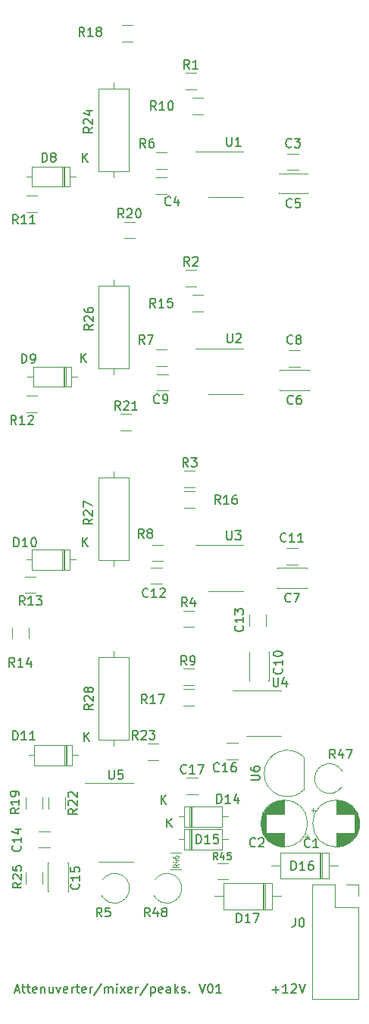
<source format=gbr>
G04 #@! TF.GenerationSoftware,KiCad,Pcbnew,5.1.4*
G04 #@! TF.CreationDate,2019-09-28T21:29:45+01:00*
G04 #@! TF.ProjectId,attenuverter_mixer,61747465-6e75-4766-9572-7465725f6d69,rev?*
G04 #@! TF.SameCoordinates,Original*
G04 #@! TF.FileFunction,Legend,Top*
G04 #@! TF.FilePolarity,Positive*
%FSLAX46Y46*%
G04 Gerber Fmt 4.6, Leading zero omitted, Abs format (unit mm)*
G04 Created by KiCad (PCBNEW 5.1.4) date 2019-09-28 21:29:45*
%MOMM*%
%LPD*%
G04 APERTURE LIST*
%ADD10C,0.150000*%
%ADD11C,0.120000*%
%ADD12C,0.100000*%
G04 APERTURE END LIST*
D10*
X31021190Y-148312166D02*
X31497380Y-148312166D01*
X30925952Y-148597880D02*
X31259285Y-147597880D01*
X31592619Y-148597880D01*
X31783095Y-147931214D02*
X32164047Y-147931214D01*
X31925952Y-147597880D02*
X31925952Y-148455023D01*
X31973571Y-148550261D01*
X32068809Y-148597880D01*
X32164047Y-148597880D01*
X32354523Y-147931214D02*
X32735476Y-147931214D01*
X32497380Y-147597880D02*
X32497380Y-148455023D01*
X32544999Y-148550261D01*
X32640238Y-148597880D01*
X32735476Y-148597880D01*
X33449761Y-148550261D02*
X33354523Y-148597880D01*
X33164047Y-148597880D01*
X33068809Y-148550261D01*
X33021190Y-148455023D01*
X33021190Y-148074071D01*
X33068809Y-147978833D01*
X33164047Y-147931214D01*
X33354523Y-147931214D01*
X33449761Y-147978833D01*
X33497380Y-148074071D01*
X33497380Y-148169309D01*
X33021190Y-148264547D01*
X33925952Y-147931214D02*
X33925952Y-148597880D01*
X33925952Y-148026452D02*
X33973571Y-147978833D01*
X34068809Y-147931214D01*
X34211666Y-147931214D01*
X34306904Y-147978833D01*
X34354523Y-148074071D01*
X34354523Y-148597880D01*
X35259285Y-147931214D02*
X35259285Y-148597880D01*
X34830714Y-147931214D02*
X34830714Y-148455023D01*
X34878333Y-148550261D01*
X34973571Y-148597880D01*
X35116428Y-148597880D01*
X35211666Y-148550261D01*
X35259285Y-148502642D01*
X35640238Y-147931214D02*
X35878333Y-148597880D01*
X36116428Y-147931214D01*
X36878333Y-148550261D02*
X36783095Y-148597880D01*
X36592619Y-148597880D01*
X36497380Y-148550261D01*
X36449761Y-148455023D01*
X36449761Y-148074071D01*
X36497380Y-147978833D01*
X36592619Y-147931214D01*
X36783095Y-147931214D01*
X36878333Y-147978833D01*
X36925952Y-148074071D01*
X36925952Y-148169309D01*
X36449761Y-148264547D01*
X37354523Y-148597880D02*
X37354523Y-147931214D01*
X37354523Y-148121690D02*
X37402142Y-148026452D01*
X37449761Y-147978833D01*
X37545000Y-147931214D01*
X37640238Y-147931214D01*
X37830714Y-147931214D02*
X38211666Y-147931214D01*
X37973571Y-147597880D02*
X37973571Y-148455023D01*
X38021190Y-148550261D01*
X38116428Y-148597880D01*
X38211666Y-148597880D01*
X38925952Y-148550261D02*
X38830714Y-148597880D01*
X38640238Y-148597880D01*
X38545000Y-148550261D01*
X38497380Y-148455023D01*
X38497380Y-148074071D01*
X38545000Y-147978833D01*
X38640238Y-147931214D01*
X38830714Y-147931214D01*
X38925952Y-147978833D01*
X38973571Y-148074071D01*
X38973571Y-148169309D01*
X38497380Y-148264547D01*
X39402142Y-148597880D02*
X39402142Y-147931214D01*
X39402142Y-148121690D02*
X39449761Y-148026452D01*
X39497380Y-147978833D01*
X39592619Y-147931214D01*
X39687857Y-147931214D01*
X40735476Y-147550261D02*
X39878333Y-148835976D01*
X41068809Y-148597880D02*
X41068809Y-147931214D01*
X41068809Y-148026452D02*
X41116428Y-147978833D01*
X41211666Y-147931214D01*
X41354523Y-147931214D01*
X41449761Y-147978833D01*
X41497380Y-148074071D01*
X41497380Y-148597880D01*
X41497380Y-148074071D02*
X41545000Y-147978833D01*
X41640238Y-147931214D01*
X41783095Y-147931214D01*
X41878333Y-147978833D01*
X41925952Y-148074071D01*
X41925952Y-148597880D01*
X42402142Y-148597880D02*
X42402142Y-147931214D01*
X42402142Y-147597880D02*
X42354523Y-147645500D01*
X42402142Y-147693119D01*
X42449761Y-147645500D01*
X42402142Y-147597880D01*
X42402142Y-147693119D01*
X42783095Y-148597880D02*
X43306904Y-147931214D01*
X42783095Y-147931214D02*
X43306904Y-148597880D01*
X44068809Y-148550261D02*
X43973571Y-148597880D01*
X43783095Y-148597880D01*
X43687857Y-148550261D01*
X43640238Y-148455023D01*
X43640238Y-148074071D01*
X43687857Y-147978833D01*
X43783095Y-147931214D01*
X43973571Y-147931214D01*
X44068809Y-147978833D01*
X44116428Y-148074071D01*
X44116428Y-148169309D01*
X43640238Y-148264547D01*
X44545000Y-148597880D02*
X44545000Y-147931214D01*
X44545000Y-148121690D02*
X44592619Y-148026452D01*
X44640238Y-147978833D01*
X44735476Y-147931214D01*
X44830714Y-147931214D01*
X45878333Y-147550261D02*
X45021190Y-148835976D01*
X46211666Y-147931214D02*
X46211666Y-148931214D01*
X46211666Y-147978833D02*
X46306904Y-147931214D01*
X46497380Y-147931214D01*
X46592619Y-147978833D01*
X46640238Y-148026452D01*
X46687857Y-148121690D01*
X46687857Y-148407404D01*
X46640238Y-148502642D01*
X46592619Y-148550261D01*
X46497380Y-148597880D01*
X46306904Y-148597880D01*
X46211666Y-148550261D01*
X47497380Y-148550261D02*
X47402142Y-148597880D01*
X47211666Y-148597880D01*
X47116428Y-148550261D01*
X47068809Y-148455023D01*
X47068809Y-148074071D01*
X47116428Y-147978833D01*
X47211666Y-147931214D01*
X47402142Y-147931214D01*
X47497380Y-147978833D01*
X47544999Y-148074071D01*
X47544999Y-148169309D01*
X47068809Y-148264547D01*
X48402142Y-148597880D02*
X48402142Y-148074071D01*
X48354523Y-147978833D01*
X48259285Y-147931214D01*
X48068809Y-147931214D01*
X47973571Y-147978833D01*
X48402142Y-148550261D02*
X48306904Y-148597880D01*
X48068809Y-148597880D01*
X47973571Y-148550261D01*
X47925952Y-148455023D01*
X47925952Y-148359785D01*
X47973571Y-148264547D01*
X48068809Y-148216928D01*
X48306904Y-148216928D01*
X48402142Y-148169309D01*
X48878333Y-148597880D02*
X48878333Y-147597880D01*
X48973571Y-148216928D02*
X49259285Y-148597880D01*
X49259285Y-147931214D02*
X48878333Y-148312166D01*
X49640238Y-148550261D02*
X49735476Y-148597880D01*
X49925952Y-148597880D01*
X50021190Y-148550261D01*
X50068809Y-148455023D01*
X50068809Y-148407404D01*
X50021190Y-148312166D01*
X49925952Y-148264547D01*
X49783095Y-148264547D01*
X49687857Y-148216928D01*
X49640238Y-148121690D01*
X49640238Y-148074071D01*
X49687857Y-147978833D01*
X49783095Y-147931214D01*
X49925952Y-147931214D01*
X50021190Y-147978833D01*
X50497380Y-148502642D02*
X50545000Y-148550261D01*
X50497380Y-148597880D01*
X50449761Y-148550261D01*
X50497380Y-148502642D01*
X50497380Y-148597880D01*
X51592619Y-147597880D02*
X51925952Y-148597880D01*
X52259285Y-147597880D01*
X52783095Y-147597880D02*
X52878333Y-147597880D01*
X52973571Y-147645500D01*
X53021190Y-147693119D01*
X53068809Y-147788357D01*
X53116428Y-147978833D01*
X53116428Y-148216928D01*
X53068809Y-148407404D01*
X53021190Y-148502642D01*
X52973571Y-148550261D01*
X52878333Y-148597880D01*
X52783095Y-148597880D01*
X52687857Y-148550261D01*
X52640238Y-148502642D01*
X52592619Y-148407404D01*
X52545000Y-148216928D01*
X52545000Y-147978833D01*
X52592619Y-147788357D01*
X52640238Y-147693119D01*
X52687857Y-147645500D01*
X52783095Y-147597880D01*
X54068809Y-148597880D02*
X53497380Y-148597880D01*
X53783095Y-148597880D02*
X53783095Y-147597880D01*
X53687857Y-147740738D01*
X53592619Y-147835976D01*
X53497380Y-147883595D01*
X59769595Y-148216928D02*
X60531500Y-148216928D01*
X60150547Y-148597880D02*
X60150547Y-147835976D01*
X61531500Y-148597880D02*
X60960071Y-148597880D01*
X61245785Y-148597880D02*
X61245785Y-147597880D01*
X61150547Y-147740738D01*
X61055309Y-147835976D01*
X60960071Y-147883595D01*
X61912452Y-147693119D02*
X61960071Y-147645500D01*
X62055309Y-147597880D01*
X62293404Y-147597880D01*
X62388642Y-147645500D01*
X62436261Y-147693119D01*
X62483880Y-147788357D01*
X62483880Y-147883595D01*
X62436261Y-148026452D01*
X61864833Y-148597880D01*
X62483880Y-148597880D01*
X62769595Y-147597880D02*
X63102928Y-148597880D01*
X63436261Y-147597880D01*
D11*
X69533000Y-129667000D02*
G75*
G03X69533000Y-129667000I-2620000J0D01*
G01*
X66913000Y-130707000D02*
X66913000Y-132247000D01*
X66913000Y-127087000D02*
X66913000Y-128627000D01*
X66953000Y-130707000D02*
X66953000Y-132247000D01*
X66953000Y-127087000D02*
X66953000Y-128627000D01*
X66993000Y-127088000D02*
X66993000Y-128627000D01*
X66993000Y-130707000D02*
X66993000Y-132246000D01*
X67033000Y-127089000D02*
X67033000Y-128627000D01*
X67033000Y-130707000D02*
X67033000Y-132245000D01*
X67073000Y-127091000D02*
X67073000Y-128627000D01*
X67073000Y-130707000D02*
X67073000Y-132243000D01*
X67113000Y-127094000D02*
X67113000Y-128627000D01*
X67113000Y-130707000D02*
X67113000Y-132240000D01*
X67153000Y-127098000D02*
X67153000Y-128627000D01*
X67153000Y-130707000D02*
X67153000Y-132236000D01*
X67193000Y-127102000D02*
X67193000Y-128627000D01*
X67193000Y-130707000D02*
X67193000Y-132232000D01*
X67233000Y-127106000D02*
X67233000Y-128627000D01*
X67233000Y-130707000D02*
X67233000Y-132228000D01*
X67273000Y-127111000D02*
X67273000Y-128627000D01*
X67273000Y-130707000D02*
X67273000Y-132223000D01*
X67313000Y-127117000D02*
X67313000Y-128627000D01*
X67313000Y-130707000D02*
X67313000Y-132217000D01*
X67353000Y-127124000D02*
X67353000Y-128627000D01*
X67353000Y-130707000D02*
X67353000Y-132210000D01*
X67393000Y-127131000D02*
X67393000Y-128627000D01*
X67393000Y-130707000D02*
X67393000Y-132203000D01*
X67433000Y-127139000D02*
X67433000Y-128627000D01*
X67433000Y-130707000D02*
X67433000Y-132195000D01*
X67473000Y-127147000D02*
X67473000Y-128627000D01*
X67473000Y-130707000D02*
X67473000Y-132187000D01*
X67513000Y-127156000D02*
X67513000Y-128627000D01*
X67513000Y-130707000D02*
X67513000Y-132178000D01*
X67553000Y-127166000D02*
X67553000Y-128627000D01*
X67553000Y-130707000D02*
X67553000Y-132168000D01*
X67593000Y-127176000D02*
X67593000Y-128627000D01*
X67593000Y-130707000D02*
X67593000Y-132158000D01*
X67634000Y-127187000D02*
X67634000Y-128627000D01*
X67634000Y-130707000D02*
X67634000Y-132147000D01*
X67674000Y-127199000D02*
X67674000Y-128627000D01*
X67674000Y-130707000D02*
X67674000Y-132135000D01*
X67714000Y-127212000D02*
X67714000Y-128627000D01*
X67714000Y-130707000D02*
X67714000Y-132122000D01*
X67754000Y-127225000D02*
X67754000Y-128627000D01*
X67754000Y-130707000D02*
X67754000Y-132109000D01*
X67794000Y-127239000D02*
X67794000Y-128627000D01*
X67794000Y-130707000D02*
X67794000Y-132095000D01*
X67834000Y-127253000D02*
X67834000Y-128627000D01*
X67834000Y-130707000D02*
X67834000Y-132081000D01*
X67874000Y-127269000D02*
X67874000Y-128627000D01*
X67874000Y-130707000D02*
X67874000Y-132065000D01*
X67914000Y-127285000D02*
X67914000Y-128627000D01*
X67914000Y-130707000D02*
X67914000Y-132049000D01*
X67954000Y-127302000D02*
X67954000Y-128627000D01*
X67954000Y-130707000D02*
X67954000Y-132032000D01*
X67994000Y-127319000D02*
X67994000Y-128627000D01*
X67994000Y-130707000D02*
X67994000Y-132015000D01*
X68034000Y-127338000D02*
X68034000Y-128627000D01*
X68034000Y-130707000D02*
X68034000Y-131996000D01*
X68074000Y-127357000D02*
X68074000Y-128627000D01*
X68074000Y-130707000D02*
X68074000Y-131977000D01*
X68114000Y-127377000D02*
X68114000Y-128627000D01*
X68114000Y-130707000D02*
X68114000Y-131957000D01*
X68154000Y-127399000D02*
X68154000Y-128627000D01*
X68154000Y-130707000D02*
X68154000Y-131935000D01*
X68194000Y-127420000D02*
X68194000Y-128627000D01*
X68194000Y-130707000D02*
X68194000Y-131914000D01*
X68234000Y-127443000D02*
X68234000Y-128627000D01*
X68234000Y-130707000D02*
X68234000Y-131891000D01*
X68274000Y-127467000D02*
X68274000Y-128627000D01*
X68274000Y-130707000D02*
X68274000Y-131867000D01*
X68314000Y-127492000D02*
X68314000Y-128627000D01*
X68314000Y-130707000D02*
X68314000Y-131842000D01*
X68354000Y-127518000D02*
X68354000Y-128627000D01*
X68354000Y-130707000D02*
X68354000Y-131816000D01*
X68394000Y-127545000D02*
X68394000Y-128627000D01*
X68394000Y-130707000D02*
X68394000Y-131789000D01*
X68434000Y-127572000D02*
X68434000Y-128627000D01*
X68434000Y-130707000D02*
X68434000Y-131762000D01*
X68474000Y-127602000D02*
X68474000Y-128627000D01*
X68474000Y-130707000D02*
X68474000Y-131732000D01*
X68514000Y-127632000D02*
X68514000Y-128627000D01*
X68514000Y-130707000D02*
X68514000Y-131702000D01*
X68554000Y-127663000D02*
X68554000Y-128627000D01*
X68554000Y-130707000D02*
X68554000Y-131671000D01*
X68594000Y-127696000D02*
X68594000Y-128627000D01*
X68594000Y-130707000D02*
X68594000Y-131638000D01*
X68634000Y-127730000D02*
X68634000Y-128627000D01*
X68634000Y-130707000D02*
X68634000Y-131604000D01*
X68674000Y-127766000D02*
X68674000Y-128627000D01*
X68674000Y-130707000D02*
X68674000Y-131568000D01*
X68714000Y-127803000D02*
X68714000Y-128627000D01*
X68714000Y-130707000D02*
X68714000Y-131531000D01*
X68754000Y-127841000D02*
X68754000Y-128627000D01*
X68754000Y-130707000D02*
X68754000Y-131493000D01*
X68794000Y-127882000D02*
X68794000Y-128627000D01*
X68794000Y-130707000D02*
X68794000Y-131452000D01*
X68834000Y-127924000D02*
X68834000Y-128627000D01*
X68834000Y-130707000D02*
X68834000Y-131410000D01*
X68874000Y-127968000D02*
X68874000Y-128627000D01*
X68874000Y-130707000D02*
X68874000Y-131366000D01*
X68914000Y-128014000D02*
X68914000Y-128627000D01*
X68914000Y-130707000D02*
X68914000Y-131320000D01*
X68954000Y-128062000D02*
X68954000Y-131272000D01*
X68994000Y-128113000D02*
X68994000Y-131221000D01*
X69034000Y-128167000D02*
X69034000Y-131167000D01*
X69074000Y-128224000D02*
X69074000Y-131110000D01*
X69114000Y-128284000D02*
X69114000Y-131050000D01*
X69154000Y-128348000D02*
X69154000Y-130986000D01*
X69194000Y-128416000D02*
X69194000Y-130918000D01*
X69234000Y-128489000D02*
X69234000Y-130845000D01*
X69274000Y-128569000D02*
X69274000Y-130765000D01*
X69314000Y-128656000D02*
X69314000Y-130678000D01*
X69354000Y-128752000D02*
X69354000Y-130582000D01*
X69394000Y-128862000D02*
X69394000Y-130472000D01*
X69434000Y-128990000D02*
X69434000Y-130344000D01*
X69474000Y-129149000D02*
X69474000Y-130185000D01*
X69514000Y-129383000D02*
X69514000Y-129951000D01*
X64108225Y-128192000D02*
X64608225Y-128192000D01*
X64358225Y-127942000D02*
X64358225Y-128442000D01*
X63657775Y-131392000D02*
X63657775Y-130892000D01*
X63907775Y-131142000D02*
X63407775Y-131142000D01*
X58502000Y-129951000D02*
X58502000Y-129383000D01*
X58542000Y-130185000D02*
X58542000Y-129149000D01*
X58582000Y-130344000D02*
X58582000Y-128990000D01*
X58622000Y-130472000D02*
X58622000Y-128862000D01*
X58662000Y-130582000D02*
X58662000Y-128752000D01*
X58702000Y-130678000D02*
X58702000Y-128656000D01*
X58742000Y-130765000D02*
X58742000Y-128569000D01*
X58782000Y-130845000D02*
X58782000Y-128489000D01*
X58822000Y-130918000D02*
X58822000Y-128416000D01*
X58862000Y-130986000D02*
X58862000Y-128348000D01*
X58902000Y-131050000D02*
X58902000Y-128284000D01*
X58942000Y-131110000D02*
X58942000Y-128224000D01*
X58982000Y-131167000D02*
X58982000Y-128167000D01*
X59022000Y-131221000D02*
X59022000Y-128113000D01*
X59062000Y-131272000D02*
X59062000Y-128062000D01*
X59102000Y-128627000D02*
X59102000Y-128014000D01*
X59102000Y-131320000D02*
X59102000Y-130707000D01*
X59142000Y-128627000D02*
X59142000Y-127968000D01*
X59142000Y-131366000D02*
X59142000Y-130707000D01*
X59182000Y-128627000D02*
X59182000Y-127924000D01*
X59182000Y-131410000D02*
X59182000Y-130707000D01*
X59222000Y-128627000D02*
X59222000Y-127882000D01*
X59222000Y-131452000D02*
X59222000Y-130707000D01*
X59262000Y-128627000D02*
X59262000Y-127841000D01*
X59262000Y-131493000D02*
X59262000Y-130707000D01*
X59302000Y-128627000D02*
X59302000Y-127803000D01*
X59302000Y-131531000D02*
X59302000Y-130707000D01*
X59342000Y-128627000D02*
X59342000Y-127766000D01*
X59342000Y-131568000D02*
X59342000Y-130707000D01*
X59382000Y-128627000D02*
X59382000Y-127730000D01*
X59382000Y-131604000D02*
X59382000Y-130707000D01*
X59422000Y-128627000D02*
X59422000Y-127696000D01*
X59422000Y-131638000D02*
X59422000Y-130707000D01*
X59462000Y-128627000D02*
X59462000Y-127663000D01*
X59462000Y-131671000D02*
X59462000Y-130707000D01*
X59502000Y-128627000D02*
X59502000Y-127632000D01*
X59502000Y-131702000D02*
X59502000Y-130707000D01*
X59542000Y-128627000D02*
X59542000Y-127602000D01*
X59542000Y-131732000D02*
X59542000Y-130707000D01*
X59582000Y-128627000D02*
X59582000Y-127572000D01*
X59582000Y-131762000D02*
X59582000Y-130707000D01*
X59622000Y-128627000D02*
X59622000Y-127545000D01*
X59622000Y-131789000D02*
X59622000Y-130707000D01*
X59662000Y-128627000D02*
X59662000Y-127518000D01*
X59662000Y-131816000D02*
X59662000Y-130707000D01*
X59702000Y-128627000D02*
X59702000Y-127492000D01*
X59702000Y-131842000D02*
X59702000Y-130707000D01*
X59742000Y-128627000D02*
X59742000Y-127467000D01*
X59742000Y-131867000D02*
X59742000Y-130707000D01*
X59782000Y-128627000D02*
X59782000Y-127443000D01*
X59782000Y-131891000D02*
X59782000Y-130707000D01*
X59822000Y-128627000D02*
X59822000Y-127420000D01*
X59822000Y-131914000D02*
X59822000Y-130707000D01*
X59862000Y-128627000D02*
X59862000Y-127399000D01*
X59862000Y-131935000D02*
X59862000Y-130707000D01*
X59902000Y-128627000D02*
X59902000Y-127377000D01*
X59902000Y-131957000D02*
X59902000Y-130707000D01*
X59942000Y-128627000D02*
X59942000Y-127357000D01*
X59942000Y-131977000D02*
X59942000Y-130707000D01*
X59982000Y-128627000D02*
X59982000Y-127338000D01*
X59982000Y-131996000D02*
X59982000Y-130707000D01*
X60022000Y-128627000D02*
X60022000Y-127319000D01*
X60022000Y-132015000D02*
X60022000Y-130707000D01*
X60062000Y-128627000D02*
X60062000Y-127302000D01*
X60062000Y-132032000D02*
X60062000Y-130707000D01*
X60102000Y-128627000D02*
X60102000Y-127285000D01*
X60102000Y-132049000D02*
X60102000Y-130707000D01*
X60142000Y-128627000D02*
X60142000Y-127269000D01*
X60142000Y-132065000D02*
X60142000Y-130707000D01*
X60182000Y-128627000D02*
X60182000Y-127253000D01*
X60182000Y-132081000D02*
X60182000Y-130707000D01*
X60222000Y-128627000D02*
X60222000Y-127239000D01*
X60222000Y-132095000D02*
X60222000Y-130707000D01*
X60262000Y-128627000D02*
X60262000Y-127225000D01*
X60262000Y-132109000D02*
X60262000Y-130707000D01*
X60302000Y-128627000D02*
X60302000Y-127212000D01*
X60302000Y-132122000D02*
X60302000Y-130707000D01*
X60342000Y-128627000D02*
X60342000Y-127199000D01*
X60342000Y-132135000D02*
X60342000Y-130707000D01*
X60382000Y-128627000D02*
X60382000Y-127187000D01*
X60382000Y-132147000D02*
X60382000Y-130707000D01*
X60423000Y-128627000D02*
X60423000Y-127176000D01*
X60423000Y-132158000D02*
X60423000Y-130707000D01*
X60463000Y-128627000D02*
X60463000Y-127166000D01*
X60463000Y-132168000D02*
X60463000Y-130707000D01*
X60503000Y-128627000D02*
X60503000Y-127156000D01*
X60503000Y-132178000D02*
X60503000Y-130707000D01*
X60543000Y-128627000D02*
X60543000Y-127147000D01*
X60543000Y-132187000D02*
X60543000Y-130707000D01*
X60583000Y-128627000D02*
X60583000Y-127139000D01*
X60583000Y-132195000D02*
X60583000Y-130707000D01*
X60623000Y-128627000D02*
X60623000Y-127131000D01*
X60623000Y-132203000D02*
X60623000Y-130707000D01*
X60663000Y-128627000D02*
X60663000Y-127124000D01*
X60663000Y-132210000D02*
X60663000Y-130707000D01*
X60703000Y-128627000D02*
X60703000Y-127117000D01*
X60703000Y-132217000D02*
X60703000Y-130707000D01*
X60743000Y-128627000D02*
X60743000Y-127111000D01*
X60743000Y-132223000D02*
X60743000Y-130707000D01*
X60783000Y-128627000D02*
X60783000Y-127106000D01*
X60783000Y-132228000D02*
X60783000Y-130707000D01*
X60823000Y-128627000D02*
X60823000Y-127102000D01*
X60823000Y-132232000D02*
X60823000Y-130707000D01*
X60863000Y-128627000D02*
X60863000Y-127098000D01*
X60863000Y-132236000D02*
X60863000Y-130707000D01*
X60903000Y-128627000D02*
X60903000Y-127094000D01*
X60903000Y-132240000D02*
X60903000Y-130707000D01*
X60943000Y-128627000D02*
X60943000Y-127091000D01*
X60943000Y-132243000D02*
X60943000Y-130707000D01*
X60983000Y-128627000D02*
X60983000Y-127089000D01*
X60983000Y-132245000D02*
X60983000Y-130707000D01*
X61023000Y-128627000D02*
X61023000Y-127088000D01*
X61023000Y-132246000D02*
X61023000Y-130707000D01*
X61063000Y-132247000D02*
X61063000Y-130707000D01*
X61063000Y-128627000D02*
X61063000Y-127087000D01*
X61103000Y-132247000D02*
X61103000Y-130707000D01*
X61103000Y-128627000D02*
X61103000Y-127087000D01*
X63723000Y-129667000D02*
G75*
G03X63723000Y-129667000I-2620000J0D01*
G01*
X61454000Y-54833000D02*
X62712000Y-54833000D01*
X61454000Y-56673000D02*
X62712000Y-56673000D01*
X46722000Y-59340000D02*
X47980000Y-59340000D01*
X46722000Y-57500000D02*
X47980000Y-57500000D01*
X61581000Y-78644000D02*
X62839000Y-78644000D01*
X61581000Y-76804000D02*
X62839000Y-76804000D01*
X46849000Y-79471000D02*
X48107000Y-79471000D01*
X46849000Y-81311000D02*
X48107000Y-81311000D01*
X61327000Y-100742000D02*
X62585000Y-100742000D01*
X61327000Y-98902000D02*
X62585000Y-98902000D01*
X46214000Y-101061000D02*
X47472000Y-101061000D01*
X46214000Y-102901000D02*
X47472000Y-102901000D01*
X59086000Y-107583000D02*
X59086000Y-106325000D01*
X57246000Y-107583000D02*
X57246000Y-106325000D01*
X36869000Y-134036000D02*
X36934000Y-134036000D01*
X34694000Y-134036000D02*
X34759000Y-134036000D01*
X36869000Y-137276000D02*
X36934000Y-137276000D01*
X34694000Y-137276000D02*
X34759000Y-137276000D01*
X36934000Y-137276000D02*
X36934000Y-134036000D01*
X34694000Y-137276000D02*
X34694000Y-134036000D01*
X54659500Y-120682500D02*
X55917500Y-120682500D01*
X54659500Y-122522500D02*
X55917500Y-122522500D01*
X36572000Y-58524000D02*
X36572000Y-56284000D01*
X36332000Y-58524000D02*
X36332000Y-56284000D01*
X36452000Y-58524000D02*
X36452000Y-56284000D01*
X32282000Y-57404000D02*
X32932000Y-57404000D01*
X37822000Y-57404000D02*
X37172000Y-57404000D01*
X32932000Y-58524000D02*
X37172000Y-58524000D01*
X32932000Y-56284000D02*
X32932000Y-58524000D01*
X37172000Y-56284000D02*
X32932000Y-56284000D01*
X37172000Y-58524000D02*
X37172000Y-56284000D01*
X37299000Y-80876000D02*
X37299000Y-78636000D01*
X37299000Y-78636000D02*
X33059000Y-78636000D01*
X33059000Y-78636000D02*
X33059000Y-80876000D01*
X33059000Y-80876000D02*
X37299000Y-80876000D01*
X37949000Y-79756000D02*
X37299000Y-79756000D01*
X32409000Y-79756000D02*
X33059000Y-79756000D01*
X36579000Y-80876000D02*
X36579000Y-78636000D01*
X36459000Y-80876000D02*
X36459000Y-78636000D01*
X36699000Y-80876000D02*
X36699000Y-78636000D01*
X36572000Y-101323000D02*
X36572000Y-99083000D01*
X36332000Y-101323000D02*
X36332000Y-99083000D01*
X36452000Y-101323000D02*
X36452000Y-99083000D01*
X32282000Y-100203000D02*
X32932000Y-100203000D01*
X37822000Y-100203000D02*
X37172000Y-100203000D01*
X32932000Y-101323000D02*
X37172000Y-101323000D01*
X32932000Y-99083000D02*
X32932000Y-101323000D01*
X37172000Y-99083000D02*
X32932000Y-99083000D01*
X37172000Y-101323000D02*
X37172000Y-99083000D01*
X37426000Y-123167000D02*
X37426000Y-120927000D01*
X37426000Y-120927000D02*
X33186000Y-120927000D01*
X33186000Y-120927000D02*
X33186000Y-123167000D01*
X33186000Y-123167000D02*
X37426000Y-123167000D01*
X38076000Y-122047000D02*
X37426000Y-122047000D01*
X32536000Y-122047000D02*
X33186000Y-122047000D01*
X36706000Y-123167000D02*
X36706000Y-120927000D01*
X36586000Y-123167000D02*
X36586000Y-120927000D01*
X36826000Y-123167000D02*
X36826000Y-120927000D01*
X49950000Y-127785000D02*
X49950000Y-130025000D01*
X49950000Y-130025000D02*
X54190000Y-130025000D01*
X54190000Y-130025000D02*
X54190000Y-127785000D01*
X54190000Y-127785000D02*
X49950000Y-127785000D01*
X49300000Y-128905000D02*
X49950000Y-128905000D01*
X54840000Y-128905000D02*
X54190000Y-128905000D01*
X50670000Y-127785000D02*
X50670000Y-130025000D01*
X50790000Y-127785000D02*
X50790000Y-130025000D01*
X50550000Y-127785000D02*
X50550000Y-130025000D01*
X50550000Y-130325000D02*
X50550000Y-132565000D01*
X50790000Y-130325000D02*
X50790000Y-132565000D01*
X50670000Y-130325000D02*
X50670000Y-132565000D01*
X54840000Y-131445000D02*
X54190000Y-131445000D01*
X49300000Y-131445000D02*
X49950000Y-131445000D01*
X54190000Y-130325000D02*
X49950000Y-130325000D01*
X54190000Y-132565000D02*
X54190000Y-130325000D01*
X49950000Y-132565000D02*
X54190000Y-132565000D01*
X49950000Y-130325000D02*
X49950000Y-132565000D01*
X66093000Y-135836000D02*
X66093000Y-132896000D01*
X66093000Y-132896000D02*
X60653000Y-132896000D01*
X60653000Y-132896000D02*
X60653000Y-135836000D01*
X60653000Y-135836000D02*
X66093000Y-135836000D01*
X67113000Y-134366000D02*
X66093000Y-134366000D01*
X59633000Y-134366000D02*
X60653000Y-134366000D01*
X65193000Y-135836000D02*
X65193000Y-132896000D01*
X65073000Y-135836000D02*
X65073000Y-132896000D01*
X65313000Y-135836000D02*
X65313000Y-132896000D01*
X58963000Y-139265000D02*
X58963000Y-136325000D01*
X58723000Y-139265000D02*
X58723000Y-136325000D01*
X58843000Y-139265000D02*
X58843000Y-136325000D01*
X53283000Y-137795000D02*
X54303000Y-137795000D01*
X60763000Y-137795000D02*
X59743000Y-137795000D01*
X54303000Y-139265000D02*
X59743000Y-139265000D01*
X54303000Y-136325000D02*
X54303000Y-139265000D01*
X59743000Y-136325000D02*
X54303000Y-136325000D01*
X59743000Y-139265000D02*
X59743000Y-136325000D01*
X64202000Y-136465000D02*
X66802000Y-136465000D01*
X64202000Y-136465000D02*
X64202000Y-149285000D01*
X64202000Y-149285000D02*
X69402000Y-149285000D01*
X69402000Y-139065000D02*
X69402000Y-149285000D01*
X66802000Y-139065000D02*
X69402000Y-139065000D01*
X66802000Y-136465000D02*
X66802000Y-139065000D01*
X69402000Y-136465000D02*
X69402000Y-137795000D01*
X68072000Y-136465000D02*
X69402000Y-136465000D01*
X54610000Y-76590000D02*
X51160000Y-76590000D01*
X54610000Y-76590000D02*
X56560000Y-76590000D01*
X54610000Y-81710000D02*
X52660000Y-81710000D01*
X54610000Y-81710000D02*
X56560000Y-81710000D01*
X42291000Y-133975000D02*
X44241000Y-133975000D01*
X42291000Y-133975000D02*
X40341000Y-133975000D01*
X42291000Y-125105000D02*
X44241000Y-125105000D01*
X42291000Y-125105000D02*
X38841000Y-125105000D01*
X63318000Y-125879000D02*
X63318000Y-122279000D01*
X63306478Y-125917478D02*
G75*
G02X58868000Y-124079000I-1838478J1838478D01*
G01*
X63306478Y-122240522D02*
G75*
G03X58868000Y-124079000I-1838478J-1838478D01*
G01*
X33495064Y-61362000D02*
X32290936Y-61362000D01*
X33495064Y-59542000D02*
X32290936Y-59542000D01*
X33495064Y-81894000D02*
X32290936Y-81894000D01*
X33495064Y-83714000D02*
X32290936Y-83714000D01*
X33368064Y-103907000D02*
X32163936Y-103907000D01*
X33368064Y-102087000D02*
X32163936Y-102087000D01*
X30713000Y-107792436D02*
X30713000Y-108996564D01*
X32533000Y-107792436D02*
X32533000Y-108996564D01*
X32237000Y-126778936D02*
X32237000Y-127983064D01*
X34057000Y-126778936D02*
X34057000Y-127983064D01*
X36597000Y-126778936D02*
X36597000Y-127983064D01*
X34777000Y-126778936D02*
X34777000Y-127983064D01*
X34057000Y-135160936D02*
X34057000Y-136365064D01*
X32237000Y-135160936D02*
X32237000Y-136365064D01*
X53626936Y-135911000D02*
X54831064Y-135911000D01*
X53626936Y-134091000D02*
X54831064Y-134091000D01*
X48419936Y-132948000D02*
X49624064Y-132948000D01*
X48419936Y-134768000D02*
X49624064Y-134768000D01*
X60503000Y-57111000D02*
X60503000Y-57046000D01*
X60503000Y-59286000D02*
X60503000Y-59221000D01*
X63743000Y-57111000D02*
X63743000Y-57046000D01*
X63743000Y-59286000D02*
X63743000Y-59221000D01*
X63743000Y-57046000D02*
X60503000Y-57046000D01*
X63743000Y-59286000D02*
X60503000Y-59286000D01*
X63870000Y-81257000D02*
X60630000Y-81257000D01*
X63870000Y-79017000D02*
X60630000Y-79017000D01*
X63870000Y-81257000D02*
X63870000Y-81192000D01*
X63870000Y-79082000D02*
X63870000Y-79017000D01*
X60630000Y-81257000D02*
X60630000Y-81192000D01*
X60630000Y-79082000D02*
X60630000Y-79017000D01*
X63616000Y-103355000D02*
X60376000Y-103355000D01*
X63616000Y-101115000D02*
X60376000Y-101115000D01*
X63616000Y-103355000D02*
X63616000Y-103290000D01*
X63616000Y-101180000D02*
X63616000Y-101115000D01*
X60376000Y-103355000D02*
X60376000Y-103290000D01*
X60376000Y-101180000D02*
X60376000Y-101115000D01*
X57238000Y-113741000D02*
X57173000Y-113741000D01*
X59413000Y-113741000D02*
X59348000Y-113741000D01*
X57238000Y-110501000D02*
X57173000Y-110501000D01*
X59413000Y-110501000D02*
X59348000Y-110501000D01*
X57173000Y-110501000D02*
X57173000Y-113741000D01*
X59413000Y-110501000D02*
X59413000Y-113741000D01*
X50070936Y-47646000D02*
X51275064Y-47646000D01*
X50070936Y-45826000D02*
X51275064Y-45826000D01*
X50070936Y-69646000D02*
X51275064Y-69646000D01*
X50070936Y-67826000D02*
X51275064Y-67826000D01*
X49943936Y-92096000D02*
X51148064Y-92096000D01*
X49943936Y-90276000D02*
X51148064Y-90276000D01*
X49816936Y-105897000D02*
X51021064Y-105897000D01*
X49816936Y-107717000D02*
X51021064Y-107717000D01*
X47973064Y-54716000D02*
X46768936Y-54716000D01*
X47973064Y-56536000D02*
X46768936Y-56536000D01*
X47973064Y-78536000D02*
X46768936Y-78536000D01*
X47973064Y-76716000D02*
X46768936Y-76716000D01*
X47592064Y-100351000D02*
X46387936Y-100351000D01*
X47592064Y-98531000D02*
X46387936Y-98531000D01*
X51021064Y-112374000D02*
X49816936Y-112374000D01*
X51021064Y-114194000D02*
X49816936Y-114194000D01*
X52037064Y-50440000D02*
X50832936Y-50440000D01*
X52037064Y-48620000D02*
X50832936Y-48620000D01*
X52037064Y-72440000D02*
X50832936Y-72440000D01*
X52037064Y-70620000D02*
X50832936Y-70620000D01*
X51148064Y-94382000D02*
X49943936Y-94382000D01*
X51148064Y-92562000D02*
X49943936Y-92562000D01*
X49816936Y-114660000D02*
X51021064Y-114660000D01*
X49816936Y-116480000D02*
X51021064Y-116480000D01*
X42958936Y-40492000D02*
X44163064Y-40492000D01*
X42958936Y-42312000D02*
X44163064Y-42312000D01*
X43212936Y-64283000D02*
X44417064Y-64283000D01*
X43212936Y-62463000D02*
X44417064Y-62463000D01*
X42831936Y-85746000D02*
X44036064Y-85746000D01*
X42831936Y-83926000D02*
X44036064Y-83926000D01*
X45879936Y-122576000D02*
X47084064Y-122576000D01*
X45879936Y-120756000D02*
X47084064Y-120756000D01*
X43757000Y-47577000D02*
X40317000Y-47577000D01*
X40317000Y-47577000D02*
X40317000Y-56817000D01*
X40317000Y-56817000D02*
X43757000Y-56817000D01*
X43757000Y-56817000D02*
X43757000Y-47577000D01*
X42037000Y-46887000D02*
X42037000Y-47577000D01*
X42037000Y-57507000D02*
X42037000Y-56817000D01*
X42037000Y-79507000D02*
X42037000Y-78817000D01*
X42037000Y-68887000D02*
X42037000Y-69577000D01*
X43757000Y-78817000D02*
X43757000Y-69577000D01*
X40317000Y-78817000D02*
X43757000Y-78817000D01*
X40317000Y-69577000D02*
X40317000Y-78817000D01*
X43757000Y-69577000D02*
X40317000Y-69577000D01*
X42037000Y-100941000D02*
X42037000Y-100251000D01*
X42037000Y-90321000D02*
X42037000Y-91011000D01*
X43757000Y-100251000D02*
X43757000Y-91011000D01*
X40317000Y-100251000D02*
X43757000Y-100251000D01*
X40317000Y-91011000D02*
X40317000Y-100251000D01*
X43757000Y-91011000D02*
X40317000Y-91011000D01*
X40317000Y-120317000D02*
X43757000Y-120317000D01*
X43757000Y-120317000D02*
X43757000Y-111077000D01*
X43757000Y-111077000D02*
X40317000Y-111077000D01*
X40317000Y-111077000D02*
X40317000Y-120317000D01*
X42037000Y-121007000D02*
X42037000Y-120317000D01*
X42037000Y-110387000D02*
X42037000Y-111077000D01*
X54610000Y-59710000D02*
X56560000Y-59710000D01*
X54610000Y-59710000D02*
X52660000Y-59710000D01*
X54610000Y-54590000D02*
X56560000Y-54590000D01*
X54610000Y-54590000D02*
X51160000Y-54590000D01*
X54610000Y-98590000D02*
X51160000Y-98590000D01*
X54610000Y-98590000D02*
X56560000Y-98590000D01*
X54610000Y-103710000D02*
X52660000Y-103710000D01*
X54610000Y-103710000D02*
X56560000Y-103710000D01*
X58801000Y-119908000D02*
X60751000Y-119908000D01*
X58801000Y-119908000D02*
X56851000Y-119908000D01*
X58801000Y-114788000D02*
X60751000Y-114788000D01*
X58801000Y-114788000D02*
X55351000Y-114788000D01*
X34939000Y-132365000D02*
X33681000Y-132365000D01*
X34939000Y-130525000D02*
X33681000Y-130525000D01*
X51449000Y-124556000D02*
X50191000Y-124556000D01*
X51449000Y-126396000D02*
X50191000Y-126396000D01*
X40819225Y-135934620D02*
G75*
G02X40710728Y-137706000I1344775J-971380D01*
G01*
X67511775Y-125621880D02*
G75*
G02X67620272Y-123850500I-1344775J971380D01*
G01*
X46661225Y-135934620D02*
G75*
G02X46552728Y-137706000I1344775J-971380D01*
G01*
D10*
X63968333Y-132246642D02*
X63920714Y-132294261D01*
X63777857Y-132341880D01*
X63682619Y-132341880D01*
X63539761Y-132294261D01*
X63444523Y-132199023D01*
X63396904Y-132103785D01*
X63349285Y-131913309D01*
X63349285Y-131770452D01*
X63396904Y-131579976D01*
X63444523Y-131484738D01*
X63539761Y-131389500D01*
X63682619Y-131341880D01*
X63777857Y-131341880D01*
X63920714Y-131389500D01*
X63968333Y-131437119D01*
X64920714Y-132341880D02*
X64349285Y-132341880D01*
X64635000Y-132341880D02*
X64635000Y-131341880D01*
X64539761Y-131484738D01*
X64444523Y-131579976D01*
X64349285Y-131627595D01*
X57872333Y-132183142D02*
X57824714Y-132230761D01*
X57681857Y-132278380D01*
X57586619Y-132278380D01*
X57443761Y-132230761D01*
X57348523Y-132135523D01*
X57300904Y-132040285D01*
X57253285Y-131849809D01*
X57253285Y-131706952D01*
X57300904Y-131516476D01*
X57348523Y-131421238D01*
X57443761Y-131326000D01*
X57586619Y-131278380D01*
X57681857Y-131278380D01*
X57824714Y-131326000D01*
X57872333Y-131373619D01*
X58253285Y-131373619D02*
X58300904Y-131326000D01*
X58396142Y-131278380D01*
X58634238Y-131278380D01*
X58729476Y-131326000D01*
X58777095Y-131373619D01*
X58824714Y-131468857D01*
X58824714Y-131564095D01*
X58777095Y-131706952D01*
X58205666Y-132278380D01*
X58824714Y-132278380D01*
X61916333Y-54060142D02*
X61868714Y-54107761D01*
X61725857Y-54155380D01*
X61630619Y-54155380D01*
X61487761Y-54107761D01*
X61392523Y-54012523D01*
X61344904Y-53917285D01*
X61297285Y-53726809D01*
X61297285Y-53583952D01*
X61344904Y-53393476D01*
X61392523Y-53298238D01*
X61487761Y-53203000D01*
X61630619Y-53155380D01*
X61725857Y-53155380D01*
X61868714Y-53203000D01*
X61916333Y-53250619D01*
X62249666Y-53155380D02*
X62868714Y-53155380D01*
X62535380Y-53536333D01*
X62678238Y-53536333D01*
X62773476Y-53583952D01*
X62821095Y-53631571D01*
X62868714Y-53726809D01*
X62868714Y-53964904D01*
X62821095Y-54060142D01*
X62773476Y-54107761D01*
X62678238Y-54155380D01*
X62392523Y-54155380D01*
X62297285Y-54107761D01*
X62249666Y-54060142D01*
X48410833Y-60555142D02*
X48363214Y-60602761D01*
X48220357Y-60650380D01*
X48125119Y-60650380D01*
X47982261Y-60602761D01*
X47887023Y-60507523D01*
X47839404Y-60412285D01*
X47791785Y-60221809D01*
X47791785Y-60078952D01*
X47839404Y-59888476D01*
X47887023Y-59793238D01*
X47982261Y-59698000D01*
X48125119Y-59650380D01*
X48220357Y-59650380D01*
X48363214Y-59698000D01*
X48410833Y-59745619D01*
X49267976Y-59983714D02*
X49267976Y-60650380D01*
X49029880Y-59602761D02*
X48791785Y-60317047D01*
X49410833Y-60317047D01*
X62043333Y-76031142D02*
X61995714Y-76078761D01*
X61852857Y-76126380D01*
X61757619Y-76126380D01*
X61614761Y-76078761D01*
X61519523Y-75983523D01*
X61471904Y-75888285D01*
X61424285Y-75697809D01*
X61424285Y-75554952D01*
X61471904Y-75364476D01*
X61519523Y-75269238D01*
X61614761Y-75174000D01*
X61757619Y-75126380D01*
X61852857Y-75126380D01*
X61995714Y-75174000D01*
X62043333Y-75221619D01*
X62614761Y-75554952D02*
X62519523Y-75507333D01*
X62471904Y-75459714D01*
X62424285Y-75364476D01*
X62424285Y-75316857D01*
X62471904Y-75221619D01*
X62519523Y-75174000D01*
X62614761Y-75126380D01*
X62805238Y-75126380D01*
X62900476Y-75174000D01*
X62948095Y-75221619D01*
X62995714Y-75316857D01*
X62995714Y-75364476D01*
X62948095Y-75459714D01*
X62900476Y-75507333D01*
X62805238Y-75554952D01*
X62614761Y-75554952D01*
X62519523Y-75602571D01*
X62471904Y-75650190D01*
X62424285Y-75745428D01*
X62424285Y-75935904D01*
X62471904Y-76031142D01*
X62519523Y-76078761D01*
X62614761Y-76126380D01*
X62805238Y-76126380D01*
X62900476Y-76078761D01*
X62948095Y-76031142D01*
X62995714Y-75935904D01*
X62995714Y-75745428D01*
X62948095Y-75650190D01*
X62900476Y-75602571D01*
X62805238Y-75554952D01*
X47140833Y-82653142D02*
X47093214Y-82700761D01*
X46950357Y-82748380D01*
X46855119Y-82748380D01*
X46712261Y-82700761D01*
X46617023Y-82605523D01*
X46569404Y-82510285D01*
X46521785Y-82319809D01*
X46521785Y-82176952D01*
X46569404Y-81986476D01*
X46617023Y-81891238D01*
X46712261Y-81796000D01*
X46855119Y-81748380D01*
X46950357Y-81748380D01*
X47093214Y-81796000D01*
X47140833Y-81843619D01*
X47617023Y-82748380D02*
X47807500Y-82748380D01*
X47902738Y-82700761D01*
X47950357Y-82653142D01*
X48045595Y-82510285D01*
X48093214Y-82319809D01*
X48093214Y-81938857D01*
X48045595Y-81843619D01*
X47997976Y-81796000D01*
X47902738Y-81748380D01*
X47712261Y-81748380D01*
X47617023Y-81796000D01*
X47569404Y-81843619D01*
X47521785Y-81938857D01*
X47521785Y-82176952D01*
X47569404Y-82272190D01*
X47617023Y-82319809D01*
X47712261Y-82367428D01*
X47902738Y-82367428D01*
X47997976Y-82319809D01*
X48045595Y-82272190D01*
X48093214Y-82176952D01*
X61313142Y-98129142D02*
X61265523Y-98176761D01*
X61122666Y-98224380D01*
X61027428Y-98224380D01*
X60884571Y-98176761D01*
X60789333Y-98081523D01*
X60741714Y-97986285D01*
X60694095Y-97795809D01*
X60694095Y-97652952D01*
X60741714Y-97462476D01*
X60789333Y-97367238D01*
X60884571Y-97272000D01*
X61027428Y-97224380D01*
X61122666Y-97224380D01*
X61265523Y-97272000D01*
X61313142Y-97319619D01*
X62265523Y-98224380D02*
X61694095Y-98224380D01*
X61979809Y-98224380D02*
X61979809Y-97224380D01*
X61884571Y-97367238D01*
X61789333Y-97462476D01*
X61694095Y-97510095D01*
X63217904Y-98224380D02*
X62646476Y-98224380D01*
X62932190Y-98224380D02*
X62932190Y-97224380D01*
X62836952Y-97367238D01*
X62741714Y-97462476D01*
X62646476Y-97510095D01*
X45902642Y-104306642D02*
X45855023Y-104354261D01*
X45712166Y-104401880D01*
X45616928Y-104401880D01*
X45474071Y-104354261D01*
X45378833Y-104259023D01*
X45331214Y-104163785D01*
X45283595Y-103973309D01*
X45283595Y-103830452D01*
X45331214Y-103639976D01*
X45378833Y-103544738D01*
X45474071Y-103449500D01*
X45616928Y-103401880D01*
X45712166Y-103401880D01*
X45855023Y-103449500D01*
X45902642Y-103497119D01*
X46855023Y-104401880D02*
X46283595Y-104401880D01*
X46569309Y-104401880D02*
X46569309Y-103401880D01*
X46474071Y-103544738D01*
X46378833Y-103639976D01*
X46283595Y-103687595D01*
X47235976Y-103497119D02*
X47283595Y-103449500D01*
X47378833Y-103401880D01*
X47616928Y-103401880D01*
X47712166Y-103449500D01*
X47759785Y-103497119D01*
X47807404Y-103592357D01*
X47807404Y-103687595D01*
X47759785Y-103830452D01*
X47188357Y-104401880D01*
X47807404Y-104401880D01*
X56473142Y-107596857D02*
X56520761Y-107644476D01*
X56568380Y-107787333D01*
X56568380Y-107882571D01*
X56520761Y-108025428D01*
X56425523Y-108120666D01*
X56330285Y-108168285D01*
X56139809Y-108215904D01*
X55996952Y-108215904D01*
X55806476Y-108168285D01*
X55711238Y-108120666D01*
X55616000Y-108025428D01*
X55568380Y-107882571D01*
X55568380Y-107787333D01*
X55616000Y-107644476D01*
X55663619Y-107596857D01*
X56568380Y-106644476D02*
X56568380Y-107215904D01*
X56568380Y-106930190D02*
X55568380Y-106930190D01*
X55711238Y-107025428D01*
X55806476Y-107120666D01*
X55854095Y-107215904D01*
X55568380Y-106311142D02*
X55568380Y-105692095D01*
X55949333Y-106025428D01*
X55949333Y-105882571D01*
X55996952Y-105787333D01*
X56044571Y-105739714D01*
X56139809Y-105692095D01*
X56377904Y-105692095D01*
X56473142Y-105739714D01*
X56520761Y-105787333D01*
X56568380Y-105882571D01*
X56568380Y-106168285D01*
X56520761Y-106263523D01*
X56473142Y-106311142D01*
X38139642Y-136405857D02*
X38187261Y-136453476D01*
X38234880Y-136596333D01*
X38234880Y-136691571D01*
X38187261Y-136834428D01*
X38092023Y-136929666D01*
X37996785Y-136977285D01*
X37806309Y-137024904D01*
X37663452Y-137024904D01*
X37472976Y-136977285D01*
X37377738Y-136929666D01*
X37282500Y-136834428D01*
X37234880Y-136691571D01*
X37234880Y-136596333D01*
X37282500Y-136453476D01*
X37330119Y-136405857D01*
X38234880Y-135453476D02*
X38234880Y-136024904D01*
X38234880Y-135739190D02*
X37234880Y-135739190D01*
X37377738Y-135834428D01*
X37472976Y-135929666D01*
X37520595Y-136024904D01*
X37234880Y-134548714D02*
X37234880Y-135024904D01*
X37711071Y-135072523D01*
X37663452Y-135024904D01*
X37615833Y-134929666D01*
X37615833Y-134691571D01*
X37663452Y-134596333D01*
X37711071Y-134548714D01*
X37806309Y-134501095D01*
X38044404Y-134501095D01*
X38139642Y-134548714D01*
X38187261Y-134596333D01*
X38234880Y-134691571D01*
X38234880Y-134929666D01*
X38187261Y-135024904D01*
X38139642Y-135072523D01*
X53840142Y-123801142D02*
X53792523Y-123848761D01*
X53649666Y-123896380D01*
X53554428Y-123896380D01*
X53411571Y-123848761D01*
X53316333Y-123753523D01*
X53268714Y-123658285D01*
X53221095Y-123467809D01*
X53221095Y-123324952D01*
X53268714Y-123134476D01*
X53316333Y-123039238D01*
X53411571Y-122944000D01*
X53554428Y-122896380D01*
X53649666Y-122896380D01*
X53792523Y-122944000D01*
X53840142Y-122991619D01*
X54792523Y-123896380D02*
X54221095Y-123896380D01*
X54506809Y-123896380D02*
X54506809Y-122896380D01*
X54411571Y-123039238D01*
X54316333Y-123134476D01*
X54221095Y-123182095D01*
X55649666Y-122896380D02*
X55459190Y-122896380D01*
X55363952Y-122944000D01*
X55316333Y-122991619D01*
X55221095Y-123134476D01*
X55173476Y-123324952D01*
X55173476Y-123705904D01*
X55221095Y-123801142D01*
X55268714Y-123848761D01*
X55363952Y-123896380D01*
X55554428Y-123896380D01*
X55649666Y-123848761D01*
X55697285Y-123801142D01*
X55744904Y-123705904D01*
X55744904Y-123467809D01*
X55697285Y-123372571D01*
X55649666Y-123324952D01*
X55554428Y-123277333D01*
X55363952Y-123277333D01*
X55268714Y-123324952D01*
X55221095Y-123372571D01*
X55173476Y-123467809D01*
X34059904Y-55760880D02*
X34059904Y-54760880D01*
X34298000Y-54760880D01*
X34440857Y-54808500D01*
X34536095Y-54903738D01*
X34583714Y-54998976D01*
X34631333Y-55189452D01*
X34631333Y-55332309D01*
X34583714Y-55522785D01*
X34536095Y-55618023D01*
X34440857Y-55713261D01*
X34298000Y-55760880D01*
X34059904Y-55760880D01*
X35202761Y-55189452D02*
X35107523Y-55141833D01*
X35059904Y-55094214D01*
X35012285Y-54998976D01*
X35012285Y-54951357D01*
X35059904Y-54856119D01*
X35107523Y-54808500D01*
X35202761Y-54760880D01*
X35393238Y-54760880D01*
X35488476Y-54808500D01*
X35536095Y-54856119D01*
X35583714Y-54951357D01*
X35583714Y-54998976D01*
X35536095Y-55094214D01*
X35488476Y-55141833D01*
X35393238Y-55189452D01*
X35202761Y-55189452D01*
X35107523Y-55237071D01*
X35059904Y-55284690D01*
X35012285Y-55379928D01*
X35012285Y-55570404D01*
X35059904Y-55665642D01*
X35107523Y-55713261D01*
X35202761Y-55760880D01*
X35393238Y-55760880D01*
X35488476Y-55713261D01*
X35536095Y-55665642D01*
X35583714Y-55570404D01*
X35583714Y-55379928D01*
X35536095Y-55284690D01*
X35488476Y-55237071D01*
X35393238Y-55189452D01*
X38600095Y-55824380D02*
X38600095Y-54824380D01*
X39171523Y-55824380D02*
X38742952Y-55252952D01*
X39171523Y-54824380D02*
X38600095Y-55395809D01*
X31773904Y-78239880D02*
X31773904Y-77239880D01*
X32012000Y-77239880D01*
X32154857Y-77287500D01*
X32250095Y-77382738D01*
X32297714Y-77477976D01*
X32345333Y-77668452D01*
X32345333Y-77811309D01*
X32297714Y-78001785D01*
X32250095Y-78097023D01*
X32154857Y-78192261D01*
X32012000Y-78239880D01*
X31773904Y-78239880D01*
X32821523Y-78239880D02*
X33012000Y-78239880D01*
X33107238Y-78192261D01*
X33154857Y-78144642D01*
X33250095Y-78001785D01*
X33297714Y-77811309D01*
X33297714Y-77430357D01*
X33250095Y-77335119D01*
X33202476Y-77287500D01*
X33107238Y-77239880D01*
X32916761Y-77239880D01*
X32821523Y-77287500D01*
X32773904Y-77335119D01*
X32726285Y-77430357D01*
X32726285Y-77668452D01*
X32773904Y-77763690D01*
X32821523Y-77811309D01*
X32916761Y-77858928D01*
X33107238Y-77858928D01*
X33202476Y-77811309D01*
X33250095Y-77763690D01*
X33297714Y-77668452D01*
X38409595Y-78176380D02*
X38409595Y-77176380D01*
X38981023Y-78176380D02*
X38552452Y-77604952D01*
X38981023Y-77176380D02*
X38409595Y-77747809D01*
X30916714Y-98750380D02*
X30916714Y-97750380D01*
X31154809Y-97750380D01*
X31297666Y-97798000D01*
X31392904Y-97893238D01*
X31440523Y-97988476D01*
X31488142Y-98178952D01*
X31488142Y-98321809D01*
X31440523Y-98512285D01*
X31392904Y-98607523D01*
X31297666Y-98702761D01*
X31154809Y-98750380D01*
X30916714Y-98750380D01*
X32440523Y-98750380D02*
X31869095Y-98750380D01*
X32154809Y-98750380D02*
X32154809Y-97750380D01*
X32059571Y-97893238D01*
X31964333Y-97988476D01*
X31869095Y-98036095D01*
X33059571Y-97750380D02*
X33154809Y-97750380D01*
X33250047Y-97798000D01*
X33297666Y-97845619D01*
X33345285Y-97940857D01*
X33392904Y-98131333D01*
X33392904Y-98369428D01*
X33345285Y-98559904D01*
X33297666Y-98655142D01*
X33250047Y-98702761D01*
X33154809Y-98750380D01*
X33059571Y-98750380D01*
X32964333Y-98702761D01*
X32916714Y-98655142D01*
X32869095Y-98559904D01*
X32821476Y-98369428D01*
X32821476Y-98131333D01*
X32869095Y-97940857D01*
X32916714Y-97845619D01*
X32964333Y-97798000D01*
X33059571Y-97750380D01*
X38600095Y-98750380D02*
X38600095Y-97750380D01*
X39171523Y-98750380D02*
X38742952Y-98178952D01*
X39171523Y-97750380D02*
X38600095Y-98321809D01*
X30789714Y-120340380D02*
X30789714Y-119340380D01*
X31027809Y-119340380D01*
X31170666Y-119388000D01*
X31265904Y-119483238D01*
X31313523Y-119578476D01*
X31361142Y-119768952D01*
X31361142Y-119911809D01*
X31313523Y-120102285D01*
X31265904Y-120197523D01*
X31170666Y-120292761D01*
X31027809Y-120340380D01*
X30789714Y-120340380D01*
X32313523Y-120340380D02*
X31742095Y-120340380D01*
X32027809Y-120340380D02*
X32027809Y-119340380D01*
X31932571Y-119483238D01*
X31837333Y-119578476D01*
X31742095Y-119626095D01*
X33265904Y-120340380D02*
X32694476Y-120340380D01*
X32980190Y-120340380D02*
X32980190Y-119340380D01*
X32884952Y-119483238D01*
X32789714Y-119578476D01*
X32694476Y-119626095D01*
X38790595Y-120467380D02*
X38790595Y-119467380D01*
X39362023Y-120467380D02*
X38933452Y-119895952D01*
X39362023Y-119467380D02*
X38790595Y-120038809D01*
X53586214Y-127388880D02*
X53586214Y-126388880D01*
X53824309Y-126388880D01*
X53967166Y-126436500D01*
X54062404Y-126531738D01*
X54110023Y-126626976D01*
X54157642Y-126817452D01*
X54157642Y-126960309D01*
X54110023Y-127150785D01*
X54062404Y-127246023D01*
X53967166Y-127341261D01*
X53824309Y-127388880D01*
X53586214Y-127388880D01*
X55110023Y-127388880D02*
X54538595Y-127388880D01*
X54824309Y-127388880D02*
X54824309Y-126388880D01*
X54729071Y-126531738D01*
X54633833Y-126626976D01*
X54538595Y-126674595D01*
X55967166Y-126722214D02*
X55967166Y-127388880D01*
X55729071Y-126341261D02*
X55490976Y-127055547D01*
X56110023Y-127055547D01*
X47363095Y-127515880D02*
X47363095Y-126515880D01*
X47934523Y-127515880D02*
X47505952Y-126944452D01*
X47934523Y-126515880D02*
X47363095Y-127087309D01*
X51300214Y-131897380D02*
X51300214Y-130897380D01*
X51538309Y-130897380D01*
X51681166Y-130945000D01*
X51776404Y-131040238D01*
X51824023Y-131135476D01*
X51871642Y-131325952D01*
X51871642Y-131468809D01*
X51824023Y-131659285D01*
X51776404Y-131754523D01*
X51681166Y-131849761D01*
X51538309Y-131897380D01*
X51300214Y-131897380D01*
X52824023Y-131897380D02*
X52252595Y-131897380D01*
X52538309Y-131897380D02*
X52538309Y-130897380D01*
X52443071Y-131040238D01*
X52347833Y-131135476D01*
X52252595Y-131183095D01*
X53728785Y-130897380D02*
X53252595Y-130897380D01*
X53204976Y-131373571D01*
X53252595Y-131325952D01*
X53347833Y-131278333D01*
X53585928Y-131278333D01*
X53681166Y-131325952D01*
X53728785Y-131373571D01*
X53776404Y-131468809D01*
X53776404Y-131706904D01*
X53728785Y-131802142D01*
X53681166Y-131849761D01*
X53585928Y-131897380D01*
X53347833Y-131897380D01*
X53252595Y-131849761D01*
X53204976Y-131802142D01*
X47998095Y-130097380D02*
X47998095Y-129097380D01*
X48569523Y-130097380D02*
X48140952Y-129525952D01*
X48569523Y-129097380D02*
X47998095Y-129668809D01*
X61904714Y-134881880D02*
X61904714Y-133881880D01*
X62142809Y-133881880D01*
X62285666Y-133929500D01*
X62380904Y-134024738D01*
X62428523Y-134119976D01*
X62476142Y-134310452D01*
X62476142Y-134453309D01*
X62428523Y-134643785D01*
X62380904Y-134739023D01*
X62285666Y-134834261D01*
X62142809Y-134881880D01*
X61904714Y-134881880D01*
X63428523Y-134881880D02*
X62857095Y-134881880D01*
X63142809Y-134881880D02*
X63142809Y-133881880D01*
X63047571Y-134024738D01*
X62952333Y-134119976D01*
X62857095Y-134167595D01*
X64285666Y-133881880D02*
X64095190Y-133881880D01*
X63999952Y-133929500D01*
X63952333Y-133977119D01*
X63857095Y-134119976D01*
X63809476Y-134310452D01*
X63809476Y-134691404D01*
X63857095Y-134786642D01*
X63904714Y-134834261D01*
X63999952Y-134881880D01*
X64190428Y-134881880D01*
X64285666Y-134834261D01*
X64333285Y-134786642D01*
X64380904Y-134691404D01*
X64380904Y-134453309D01*
X64333285Y-134358071D01*
X64285666Y-134310452D01*
X64190428Y-134262833D01*
X63999952Y-134262833D01*
X63904714Y-134310452D01*
X63857095Y-134358071D01*
X63809476Y-134453309D01*
X55808714Y-140717380D02*
X55808714Y-139717380D01*
X56046809Y-139717380D01*
X56189666Y-139765000D01*
X56284904Y-139860238D01*
X56332523Y-139955476D01*
X56380142Y-140145952D01*
X56380142Y-140288809D01*
X56332523Y-140479285D01*
X56284904Y-140574523D01*
X56189666Y-140669761D01*
X56046809Y-140717380D01*
X55808714Y-140717380D01*
X57332523Y-140717380D02*
X56761095Y-140717380D01*
X57046809Y-140717380D02*
X57046809Y-139717380D01*
X56951571Y-139860238D01*
X56856333Y-139955476D01*
X56761095Y-140003095D01*
X57665857Y-139717380D02*
X58332523Y-139717380D01*
X57903952Y-140717380D01*
X62341166Y-140231880D02*
X62341166Y-140946166D01*
X62293547Y-141089023D01*
X62198309Y-141184261D01*
X62055452Y-141231880D01*
X61960214Y-141231880D01*
X63007833Y-140231880D02*
X63103071Y-140231880D01*
X63198309Y-140279500D01*
X63245928Y-140327119D01*
X63293547Y-140422357D01*
X63341166Y-140612833D01*
X63341166Y-140850928D01*
X63293547Y-141041404D01*
X63245928Y-141136642D01*
X63198309Y-141184261D01*
X63103071Y-141231880D01*
X63007833Y-141231880D01*
X62912595Y-141184261D01*
X62864976Y-141136642D01*
X62817357Y-141041404D01*
X62769738Y-140850928D01*
X62769738Y-140612833D01*
X62817357Y-140422357D01*
X62864976Y-140327119D01*
X62912595Y-140279500D01*
X63007833Y-140231880D01*
X54737095Y-74953880D02*
X54737095Y-75763404D01*
X54784714Y-75858642D01*
X54832333Y-75906261D01*
X54927571Y-75953880D01*
X55118047Y-75953880D01*
X55213285Y-75906261D01*
X55260904Y-75858642D01*
X55308523Y-75763404D01*
X55308523Y-74953880D01*
X55737095Y-75049119D02*
X55784714Y-75001500D01*
X55879952Y-74953880D01*
X56118047Y-74953880D01*
X56213285Y-75001500D01*
X56260904Y-75049119D01*
X56308523Y-75144357D01*
X56308523Y-75239595D01*
X56260904Y-75382452D01*
X55689476Y-75953880D01*
X56308523Y-75953880D01*
X41529095Y-123712380D02*
X41529095Y-124521904D01*
X41576714Y-124617142D01*
X41624333Y-124664761D01*
X41719571Y-124712380D01*
X41910047Y-124712380D01*
X42005285Y-124664761D01*
X42052904Y-124617142D01*
X42100523Y-124521904D01*
X42100523Y-123712380D01*
X43052904Y-123712380D02*
X42576714Y-123712380D01*
X42529095Y-124188571D01*
X42576714Y-124140952D01*
X42671952Y-124093333D01*
X42910047Y-124093333D01*
X43005285Y-124140952D01*
X43052904Y-124188571D01*
X43100523Y-124283809D01*
X43100523Y-124521904D01*
X43052904Y-124617142D01*
X43005285Y-124664761D01*
X42910047Y-124712380D01*
X42671952Y-124712380D01*
X42576714Y-124664761D01*
X42529095Y-124617142D01*
X57360380Y-124840904D02*
X58169904Y-124840904D01*
X58265142Y-124793285D01*
X58312761Y-124745666D01*
X58360380Y-124650428D01*
X58360380Y-124459952D01*
X58312761Y-124364714D01*
X58265142Y-124317095D01*
X58169904Y-124269476D01*
X57360380Y-124269476D01*
X57360380Y-123364714D02*
X57360380Y-123555190D01*
X57408000Y-123650428D01*
X57455619Y-123698047D01*
X57598476Y-123793285D01*
X57788952Y-123840904D01*
X58169904Y-123840904D01*
X58265142Y-123793285D01*
X58312761Y-123745666D01*
X58360380Y-123650428D01*
X58360380Y-123459952D01*
X58312761Y-123364714D01*
X58265142Y-123317095D01*
X58169904Y-123269476D01*
X57931809Y-123269476D01*
X57836571Y-123317095D01*
X57788952Y-123364714D01*
X57741333Y-123459952D01*
X57741333Y-123650428D01*
X57788952Y-123745666D01*
X57836571Y-123793285D01*
X57931809Y-123840904D01*
X31361142Y-62682380D02*
X31027809Y-62206190D01*
X30789714Y-62682380D02*
X30789714Y-61682380D01*
X31170666Y-61682380D01*
X31265904Y-61730000D01*
X31313523Y-61777619D01*
X31361142Y-61872857D01*
X31361142Y-62015714D01*
X31313523Y-62110952D01*
X31265904Y-62158571D01*
X31170666Y-62206190D01*
X30789714Y-62206190D01*
X32313523Y-62682380D02*
X31742095Y-62682380D01*
X32027809Y-62682380D02*
X32027809Y-61682380D01*
X31932571Y-61825238D01*
X31837333Y-61920476D01*
X31742095Y-61968095D01*
X33265904Y-62682380D02*
X32694476Y-62682380D01*
X32980190Y-62682380D02*
X32980190Y-61682380D01*
X32884952Y-61825238D01*
X32789714Y-61920476D01*
X32694476Y-61968095D01*
X31170642Y-85076380D02*
X30837309Y-84600190D01*
X30599214Y-85076380D02*
X30599214Y-84076380D01*
X30980166Y-84076380D01*
X31075404Y-84124000D01*
X31123023Y-84171619D01*
X31170642Y-84266857D01*
X31170642Y-84409714D01*
X31123023Y-84504952D01*
X31075404Y-84552571D01*
X30980166Y-84600190D01*
X30599214Y-84600190D01*
X32123023Y-85076380D02*
X31551595Y-85076380D01*
X31837309Y-85076380D02*
X31837309Y-84076380D01*
X31742071Y-84219238D01*
X31646833Y-84314476D01*
X31551595Y-84362095D01*
X32503976Y-84171619D02*
X32551595Y-84124000D01*
X32646833Y-84076380D01*
X32884928Y-84076380D01*
X32980166Y-84124000D01*
X33027785Y-84171619D01*
X33075404Y-84266857D01*
X33075404Y-84362095D01*
X33027785Y-84504952D01*
X32456357Y-85076380D01*
X33075404Y-85076380D01*
X32123142Y-105269380D02*
X31789809Y-104793190D01*
X31551714Y-105269380D02*
X31551714Y-104269380D01*
X31932666Y-104269380D01*
X32027904Y-104317000D01*
X32075523Y-104364619D01*
X32123142Y-104459857D01*
X32123142Y-104602714D01*
X32075523Y-104697952D01*
X32027904Y-104745571D01*
X31932666Y-104793190D01*
X31551714Y-104793190D01*
X33075523Y-105269380D02*
X32504095Y-105269380D01*
X32789809Y-105269380D02*
X32789809Y-104269380D01*
X32694571Y-104412238D01*
X32599333Y-104507476D01*
X32504095Y-104555095D01*
X33408857Y-104269380D02*
X34027904Y-104269380D01*
X33694571Y-104650333D01*
X33837428Y-104650333D01*
X33932666Y-104697952D01*
X33980285Y-104745571D01*
X34027904Y-104840809D01*
X34027904Y-105078904D01*
X33980285Y-105174142D01*
X33932666Y-105221761D01*
X33837428Y-105269380D01*
X33551714Y-105269380D01*
X33456476Y-105221761D01*
X33408857Y-105174142D01*
X30980142Y-112148880D02*
X30646809Y-111672690D01*
X30408714Y-112148880D02*
X30408714Y-111148880D01*
X30789666Y-111148880D01*
X30884904Y-111196500D01*
X30932523Y-111244119D01*
X30980142Y-111339357D01*
X30980142Y-111482214D01*
X30932523Y-111577452D01*
X30884904Y-111625071D01*
X30789666Y-111672690D01*
X30408714Y-111672690D01*
X31932523Y-112148880D02*
X31361095Y-112148880D01*
X31646809Y-112148880D02*
X31646809Y-111148880D01*
X31551571Y-111291738D01*
X31456333Y-111386976D01*
X31361095Y-111434595D01*
X32789666Y-111482214D02*
X32789666Y-112148880D01*
X32551571Y-111101261D02*
X32313476Y-111815547D01*
X32932523Y-111815547D01*
X31503880Y-127960357D02*
X31027690Y-128293690D01*
X31503880Y-128531785D02*
X30503880Y-128531785D01*
X30503880Y-128150833D01*
X30551500Y-128055595D01*
X30599119Y-128007976D01*
X30694357Y-127960357D01*
X30837214Y-127960357D01*
X30932452Y-128007976D01*
X30980071Y-128055595D01*
X31027690Y-128150833D01*
X31027690Y-128531785D01*
X31503880Y-127007976D02*
X31503880Y-127579404D01*
X31503880Y-127293690D02*
X30503880Y-127293690D01*
X30646738Y-127388928D01*
X30741976Y-127484166D01*
X30789595Y-127579404D01*
X31503880Y-126531785D02*
X31503880Y-126341309D01*
X31456261Y-126246071D01*
X31408642Y-126198452D01*
X31265785Y-126103214D01*
X31075309Y-126055595D01*
X30694357Y-126055595D01*
X30599119Y-126103214D01*
X30551500Y-126150833D01*
X30503880Y-126246071D01*
X30503880Y-126436547D01*
X30551500Y-126531785D01*
X30599119Y-126579404D01*
X30694357Y-126627023D01*
X30932452Y-126627023D01*
X31027690Y-126579404D01*
X31075309Y-126531785D01*
X31122928Y-126436547D01*
X31122928Y-126246071D01*
X31075309Y-126150833D01*
X31027690Y-126103214D01*
X30932452Y-126055595D01*
X37959380Y-128023857D02*
X37483190Y-128357190D01*
X37959380Y-128595285D02*
X36959380Y-128595285D01*
X36959380Y-128214333D01*
X37007000Y-128119095D01*
X37054619Y-128071476D01*
X37149857Y-128023857D01*
X37292714Y-128023857D01*
X37387952Y-128071476D01*
X37435571Y-128119095D01*
X37483190Y-128214333D01*
X37483190Y-128595285D01*
X37054619Y-127642904D02*
X37007000Y-127595285D01*
X36959380Y-127500047D01*
X36959380Y-127261952D01*
X37007000Y-127166714D01*
X37054619Y-127119095D01*
X37149857Y-127071476D01*
X37245095Y-127071476D01*
X37387952Y-127119095D01*
X37959380Y-127690523D01*
X37959380Y-127071476D01*
X37054619Y-126690523D02*
X37007000Y-126642904D01*
X36959380Y-126547666D01*
X36959380Y-126309571D01*
X37007000Y-126214333D01*
X37054619Y-126166714D01*
X37149857Y-126119095D01*
X37245095Y-126119095D01*
X37387952Y-126166714D01*
X37959380Y-126738142D01*
X37959380Y-126119095D01*
X31757880Y-136278857D02*
X31281690Y-136612190D01*
X31757880Y-136850285D02*
X30757880Y-136850285D01*
X30757880Y-136469333D01*
X30805500Y-136374095D01*
X30853119Y-136326476D01*
X30948357Y-136278857D01*
X31091214Y-136278857D01*
X31186452Y-136326476D01*
X31234071Y-136374095D01*
X31281690Y-136469333D01*
X31281690Y-136850285D01*
X30853119Y-135897904D02*
X30805500Y-135850285D01*
X30757880Y-135755047D01*
X30757880Y-135516952D01*
X30805500Y-135421714D01*
X30853119Y-135374095D01*
X30948357Y-135326476D01*
X31043595Y-135326476D01*
X31186452Y-135374095D01*
X31757880Y-135945523D01*
X31757880Y-135326476D01*
X30757880Y-134421714D02*
X30757880Y-134897904D01*
X31234071Y-134945523D01*
X31186452Y-134897904D01*
X31138833Y-134802666D01*
X31138833Y-134564571D01*
X31186452Y-134469333D01*
X31234071Y-134421714D01*
X31329309Y-134374095D01*
X31567404Y-134374095D01*
X31662642Y-134421714D01*
X31710261Y-134469333D01*
X31757880Y-134564571D01*
X31757880Y-134802666D01*
X31710261Y-134897904D01*
X31662642Y-134945523D01*
X53651214Y-133711904D02*
X53384547Y-133330952D01*
X53194071Y-133711904D02*
X53194071Y-132911904D01*
X53498833Y-132911904D01*
X53575023Y-132950000D01*
X53613119Y-132988095D01*
X53651214Y-133064285D01*
X53651214Y-133178571D01*
X53613119Y-133254761D01*
X53575023Y-133292857D01*
X53498833Y-133330952D01*
X53194071Y-133330952D01*
X54336928Y-133178571D02*
X54336928Y-133711904D01*
X54146452Y-132873809D02*
X53955976Y-133445238D01*
X54451214Y-133445238D01*
X55136928Y-132911904D02*
X54755976Y-132911904D01*
X54717880Y-133292857D01*
X54755976Y-133254761D01*
X54832166Y-133216666D01*
X55022642Y-133216666D01*
X55098833Y-133254761D01*
X55136928Y-133292857D01*
X55175023Y-133369047D01*
X55175023Y-133559523D01*
X55136928Y-133635714D01*
X55098833Y-133673809D01*
X55022642Y-133711904D01*
X54832166Y-133711904D01*
X54755976Y-133673809D01*
X54717880Y-133635714D01*
D12*
X49293428Y-134242928D02*
X49007714Y-134409595D01*
X49293428Y-134528642D02*
X48693428Y-134528642D01*
X48693428Y-134338166D01*
X48722000Y-134290547D01*
X48750571Y-134266738D01*
X48807714Y-134242928D01*
X48893428Y-134242928D01*
X48950571Y-134266738D01*
X48979142Y-134290547D01*
X49007714Y-134338166D01*
X49007714Y-134528642D01*
X48893428Y-133814357D02*
X49293428Y-133814357D01*
X48664857Y-133933404D02*
X49093428Y-134052452D01*
X49093428Y-133742928D01*
X48693428Y-133338166D02*
X48693428Y-133433404D01*
X48722000Y-133481023D01*
X48750571Y-133504833D01*
X48836285Y-133552452D01*
X48950571Y-133576261D01*
X49179142Y-133576261D01*
X49236285Y-133552452D01*
X49264857Y-133528642D01*
X49293428Y-133481023D01*
X49293428Y-133385785D01*
X49264857Y-133338166D01*
X49236285Y-133314357D01*
X49179142Y-133290547D01*
X49036285Y-133290547D01*
X48979142Y-133314357D01*
X48950571Y-133338166D01*
X48922000Y-133385785D01*
X48922000Y-133481023D01*
X48950571Y-133528642D01*
X48979142Y-133552452D01*
X49036285Y-133576261D01*
D10*
X61956333Y-60773142D02*
X61908714Y-60820761D01*
X61765857Y-60868380D01*
X61670619Y-60868380D01*
X61527761Y-60820761D01*
X61432523Y-60725523D01*
X61384904Y-60630285D01*
X61337285Y-60439809D01*
X61337285Y-60296952D01*
X61384904Y-60106476D01*
X61432523Y-60011238D01*
X61527761Y-59916000D01*
X61670619Y-59868380D01*
X61765857Y-59868380D01*
X61908714Y-59916000D01*
X61956333Y-59963619D01*
X62861095Y-59868380D02*
X62384904Y-59868380D01*
X62337285Y-60344571D01*
X62384904Y-60296952D01*
X62480142Y-60249333D01*
X62718238Y-60249333D01*
X62813476Y-60296952D01*
X62861095Y-60344571D01*
X62908714Y-60439809D01*
X62908714Y-60677904D01*
X62861095Y-60773142D01*
X62813476Y-60820761D01*
X62718238Y-60868380D01*
X62480142Y-60868380D01*
X62384904Y-60820761D01*
X62337285Y-60773142D01*
X62083333Y-82744142D02*
X62035714Y-82791761D01*
X61892857Y-82839380D01*
X61797619Y-82839380D01*
X61654761Y-82791761D01*
X61559523Y-82696523D01*
X61511904Y-82601285D01*
X61464285Y-82410809D01*
X61464285Y-82267952D01*
X61511904Y-82077476D01*
X61559523Y-81982238D01*
X61654761Y-81887000D01*
X61797619Y-81839380D01*
X61892857Y-81839380D01*
X62035714Y-81887000D01*
X62083333Y-81934619D01*
X62940476Y-81839380D02*
X62750000Y-81839380D01*
X62654761Y-81887000D01*
X62607142Y-81934619D01*
X62511904Y-82077476D01*
X62464285Y-82267952D01*
X62464285Y-82648904D01*
X62511904Y-82744142D01*
X62559523Y-82791761D01*
X62654761Y-82839380D01*
X62845238Y-82839380D01*
X62940476Y-82791761D01*
X62988095Y-82744142D01*
X63035714Y-82648904D01*
X63035714Y-82410809D01*
X62988095Y-82315571D01*
X62940476Y-82267952D01*
X62845238Y-82220333D01*
X62654761Y-82220333D01*
X62559523Y-82267952D01*
X62511904Y-82315571D01*
X62464285Y-82410809D01*
X61829333Y-104842142D02*
X61781714Y-104889761D01*
X61638857Y-104937380D01*
X61543619Y-104937380D01*
X61400761Y-104889761D01*
X61305523Y-104794523D01*
X61257904Y-104699285D01*
X61210285Y-104508809D01*
X61210285Y-104365952D01*
X61257904Y-104175476D01*
X61305523Y-104080238D01*
X61400761Y-103985000D01*
X61543619Y-103937380D01*
X61638857Y-103937380D01*
X61781714Y-103985000D01*
X61829333Y-104032619D01*
X62162666Y-103937380D02*
X62829333Y-103937380D01*
X62400761Y-104937380D01*
X60809142Y-112339357D02*
X60856761Y-112386976D01*
X60904380Y-112529833D01*
X60904380Y-112625071D01*
X60856761Y-112767928D01*
X60761523Y-112863166D01*
X60666285Y-112910785D01*
X60475809Y-112958404D01*
X60332952Y-112958404D01*
X60142476Y-112910785D01*
X60047238Y-112863166D01*
X59952000Y-112767928D01*
X59904380Y-112625071D01*
X59904380Y-112529833D01*
X59952000Y-112386976D01*
X59999619Y-112339357D01*
X60904380Y-111386976D02*
X60904380Y-111958404D01*
X60904380Y-111672690D02*
X59904380Y-111672690D01*
X60047238Y-111767928D01*
X60142476Y-111863166D01*
X60190095Y-111958404D01*
X59904380Y-110767928D02*
X59904380Y-110672690D01*
X59952000Y-110577452D01*
X59999619Y-110529833D01*
X60094857Y-110482214D01*
X60285333Y-110434595D01*
X60523428Y-110434595D01*
X60713904Y-110482214D01*
X60809142Y-110529833D01*
X60856761Y-110577452D01*
X60904380Y-110672690D01*
X60904380Y-110767928D01*
X60856761Y-110863166D01*
X60809142Y-110910785D01*
X60713904Y-110958404D01*
X60523428Y-111006023D01*
X60285333Y-111006023D01*
X60094857Y-110958404D01*
X59999619Y-110910785D01*
X59952000Y-110863166D01*
X59904380Y-110767928D01*
X50506333Y-45368380D02*
X50173000Y-44892190D01*
X49934904Y-45368380D02*
X49934904Y-44368380D01*
X50315857Y-44368380D01*
X50411095Y-44416000D01*
X50458714Y-44463619D01*
X50506333Y-44558857D01*
X50506333Y-44701714D01*
X50458714Y-44796952D01*
X50411095Y-44844571D01*
X50315857Y-44892190D01*
X49934904Y-44892190D01*
X51458714Y-45368380D02*
X50887285Y-45368380D01*
X51173000Y-45368380D02*
X51173000Y-44368380D01*
X51077761Y-44511238D01*
X50982523Y-44606476D01*
X50887285Y-44654095D01*
X50506333Y-67368380D02*
X50173000Y-66892190D01*
X49934904Y-67368380D02*
X49934904Y-66368380D01*
X50315857Y-66368380D01*
X50411095Y-66416000D01*
X50458714Y-66463619D01*
X50506333Y-66558857D01*
X50506333Y-66701714D01*
X50458714Y-66796952D01*
X50411095Y-66844571D01*
X50315857Y-66892190D01*
X49934904Y-66892190D01*
X50887285Y-66463619D02*
X50934904Y-66416000D01*
X51030142Y-66368380D01*
X51268238Y-66368380D01*
X51363476Y-66416000D01*
X51411095Y-66463619D01*
X51458714Y-66558857D01*
X51458714Y-66654095D01*
X51411095Y-66796952D01*
X50839666Y-67368380D01*
X51458714Y-67368380D01*
X50379333Y-89818380D02*
X50046000Y-89342190D01*
X49807904Y-89818380D02*
X49807904Y-88818380D01*
X50188857Y-88818380D01*
X50284095Y-88866000D01*
X50331714Y-88913619D01*
X50379333Y-89008857D01*
X50379333Y-89151714D01*
X50331714Y-89246952D01*
X50284095Y-89294571D01*
X50188857Y-89342190D01*
X49807904Y-89342190D01*
X50712666Y-88818380D02*
X51331714Y-88818380D01*
X50998380Y-89199333D01*
X51141238Y-89199333D01*
X51236476Y-89246952D01*
X51284095Y-89294571D01*
X51331714Y-89389809D01*
X51331714Y-89627904D01*
X51284095Y-89723142D01*
X51236476Y-89770761D01*
X51141238Y-89818380D01*
X50855523Y-89818380D01*
X50760285Y-89770761D01*
X50712666Y-89723142D01*
X50252333Y-105439380D02*
X49919000Y-104963190D01*
X49680904Y-105439380D02*
X49680904Y-104439380D01*
X50061857Y-104439380D01*
X50157095Y-104487000D01*
X50204714Y-104534619D01*
X50252333Y-104629857D01*
X50252333Y-104772714D01*
X50204714Y-104867952D01*
X50157095Y-104915571D01*
X50061857Y-104963190D01*
X49680904Y-104963190D01*
X51109476Y-104772714D02*
X51109476Y-105439380D01*
X50871380Y-104391761D02*
X50633285Y-105106047D01*
X51252333Y-105106047D01*
X45616833Y-54173380D02*
X45283500Y-53697190D01*
X45045404Y-54173380D02*
X45045404Y-53173380D01*
X45426357Y-53173380D01*
X45521595Y-53221000D01*
X45569214Y-53268619D01*
X45616833Y-53363857D01*
X45616833Y-53506714D01*
X45569214Y-53601952D01*
X45521595Y-53649571D01*
X45426357Y-53697190D01*
X45045404Y-53697190D01*
X46473976Y-53173380D02*
X46283500Y-53173380D01*
X46188261Y-53221000D01*
X46140642Y-53268619D01*
X46045404Y-53411476D01*
X45997785Y-53601952D01*
X45997785Y-53982904D01*
X46045404Y-54078142D01*
X46093023Y-54125761D01*
X46188261Y-54173380D01*
X46378738Y-54173380D01*
X46473976Y-54125761D01*
X46521595Y-54078142D01*
X46569214Y-53982904D01*
X46569214Y-53744809D01*
X46521595Y-53649571D01*
X46473976Y-53601952D01*
X46378738Y-53554333D01*
X46188261Y-53554333D01*
X46093023Y-53601952D01*
X46045404Y-53649571D01*
X45997785Y-53744809D01*
X45489833Y-76080880D02*
X45156500Y-75604690D01*
X44918404Y-76080880D02*
X44918404Y-75080880D01*
X45299357Y-75080880D01*
X45394595Y-75128500D01*
X45442214Y-75176119D01*
X45489833Y-75271357D01*
X45489833Y-75414214D01*
X45442214Y-75509452D01*
X45394595Y-75557071D01*
X45299357Y-75604690D01*
X44918404Y-75604690D01*
X45823166Y-75080880D02*
X46489833Y-75080880D01*
X46061261Y-76080880D01*
X45426333Y-97797880D02*
X45093000Y-97321690D01*
X44854904Y-97797880D02*
X44854904Y-96797880D01*
X45235857Y-96797880D01*
X45331095Y-96845500D01*
X45378714Y-96893119D01*
X45426333Y-96988357D01*
X45426333Y-97131214D01*
X45378714Y-97226452D01*
X45331095Y-97274071D01*
X45235857Y-97321690D01*
X44854904Y-97321690D01*
X45997761Y-97226452D02*
X45902523Y-97178833D01*
X45854904Y-97131214D01*
X45807285Y-97035976D01*
X45807285Y-96988357D01*
X45854904Y-96893119D01*
X45902523Y-96845500D01*
X45997761Y-96797880D01*
X46188238Y-96797880D01*
X46283476Y-96845500D01*
X46331095Y-96893119D01*
X46378714Y-96988357D01*
X46378714Y-97035976D01*
X46331095Y-97131214D01*
X46283476Y-97178833D01*
X46188238Y-97226452D01*
X45997761Y-97226452D01*
X45902523Y-97274071D01*
X45854904Y-97321690D01*
X45807285Y-97416928D01*
X45807285Y-97607404D01*
X45854904Y-97702642D01*
X45902523Y-97750261D01*
X45997761Y-97797880D01*
X46188238Y-97797880D01*
X46283476Y-97750261D01*
X46331095Y-97702642D01*
X46378714Y-97607404D01*
X46378714Y-97416928D01*
X46331095Y-97321690D01*
X46283476Y-97274071D01*
X46188238Y-97226452D01*
X50188833Y-111958380D02*
X49855500Y-111482190D01*
X49617404Y-111958380D02*
X49617404Y-110958380D01*
X49998357Y-110958380D01*
X50093595Y-111006000D01*
X50141214Y-111053619D01*
X50188833Y-111148857D01*
X50188833Y-111291714D01*
X50141214Y-111386952D01*
X50093595Y-111434571D01*
X49998357Y-111482190D01*
X49617404Y-111482190D01*
X50665023Y-111958380D02*
X50855500Y-111958380D01*
X50950738Y-111910761D01*
X50998357Y-111863142D01*
X51093595Y-111720285D01*
X51141214Y-111529809D01*
X51141214Y-111148857D01*
X51093595Y-111053619D01*
X51045976Y-111006000D01*
X50950738Y-110958380D01*
X50760261Y-110958380D01*
X50665023Y-111006000D01*
X50617404Y-111053619D01*
X50569785Y-111148857D01*
X50569785Y-111386952D01*
X50617404Y-111482190D01*
X50665023Y-111529809D01*
X50760261Y-111577428D01*
X50950738Y-111577428D01*
X51045976Y-111529809D01*
X51093595Y-111482190D01*
X51141214Y-111386952D01*
X46791642Y-49982380D02*
X46458309Y-49506190D01*
X46220214Y-49982380D02*
X46220214Y-48982380D01*
X46601166Y-48982380D01*
X46696404Y-49030000D01*
X46744023Y-49077619D01*
X46791642Y-49172857D01*
X46791642Y-49315714D01*
X46744023Y-49410952D01*
X46696404Y-49458571D01*
X46601166Y-49506190D01*
X46220214Y-49506190D01*
X47744023Y-49982380D02*
X47172595Y-49982380D01*
X47458309Y-49982380D02*
X47458309Y-48982380D01*
X47363071Y-49125238D01*
X47267833Y-49220476D01*
X47172595Y-49268095D01*
X48363071Y-48982380D02*
X48458309Y-48982380D01*
X48553547Y-49030000D01*
X48601166Y-49077619D01*
X48648785Y-49172857D01*
X48696404Y-49363333D01*
X48696404Y-49601428D01*
X48648785Y-49791904D01*
X48601166Y-49887142D01*
X48553547Y-49934761D01*
X48458309Y-49982380D01*
X48363071Y-49982380D01*
X48267833Y-49934761D01*
X48220214Y-49887142D01*
X48172595Y-49791904D01*
X48124976Y-49601428D01*
X48124976Y-49363333D01*
X48172595Y-49172857D01*
X48220214Y-49077619D01*
X48267833Y-49030000D01*
X48363071Y-48982380D01*
X46728142Y-72016880D02*
X46394809Y-71540690D01*
X46156714Y-72016880D02*
X46156714Y-71016880D01*
X46537666Y-71016880D01*
X46632904Y-71064500D01*
X46680523Y-71112119D01*
X46728142Y-71207357D01*
X46728142Y-71350214D01*
X46680523Y-71445452D01*
X46632904Y-71493071D01*
X46537666Y-71540690D01*
X46156714Y-71540690D01*
X47680523Y-72016880D02*
X47109095Y-72016880D01*
X47394809Y-72016880D02*
X47394809Y-71016880D01*
X47299571Y-71159738D01*
X47204333Y-71254976D01*
X47109095Y-71302595D01*
X48585285Y-71016880D02*
X48109095Y-71016880D01*
X48061476Y-71493071D01*
X48109095Y-71445452D01*
X48204333Y-71397833D01*
X48442428Y-71397833D01*
X48537666Y-71445452D01*
X48585285Y-71493071D01*
X48632904Y-71588309D01*
X48632904Y-71826404D01*
X48585285Y-71921642D01*
X48537666Y-71969261D01*
X48442428Y-72016880D01*
X48204333Y-72016880D01*
X48109095Y-71969261D01*
X48061476Y-71921642D01*
X53967142Y-93987880D02*
X53633809Y-93511690D01*
X53395714Y-93987880D02*
X53395714Y-92987880D01*
X53776666Y-92987880D01*
X53871904Y-93035500D01*
X53919523Y-93083119D01*
X53967142Y-93178357D01*
X53967142Y-93321214D01*
X53919523Y-93416452D01*
X53871904Y-93464071D01*
X53776666Y-93511690D01*
X53395714Y-93511690D01*
X54919523Y-93987880D02*
X54348095Y-93987880D01*
X54633809Y-93987880D02*
X54633809Y-92987880D01*
X54538571Y-93130738D01*
X54443333Y-93225976D01*
X54348095Y-93273595D01*
X55776666Y-92987880D02*
X55586190Y-92987880D01*
X55490952Y-93035500D01*
X55443333Y-93083119D01*
X55348095Y-93225976D01*
X55300476Y-93416452D01*
X55300476Y-93797404D01*
X55348095Y-93892642D01*
X55395714Y-93940261D01*
X55490952Y-93987880D01*
X55681428Y-93987880D01*
X55776666Y-93940261D01*
X55824285Y-93892642D01*
X55871904Y-93797404D01*
X55871904Y-93559309D01*
X55824285Y-93464071D01*
X55776666Y-93416452D01*
X55681428Y-93368833D01*
X55490952Y-93368833D01*
X55395714Y-93416452D01*
X55348095Y-93464071D01*
X55300476Y-93559309D01*
X45775642Y-116276380D02*
X45442309Y-115800190D01*
X45204214Y-116276380D02*
X45204214Y-115276380D01*
X45585166Y-115276380D01*
X45680404Y-115324000D01*
X45728023Y-115371619D01*
X45775642Y-115466857D01*
X45775642Y-115609714D01*
X45728023Y-115704952D01*
X45680404Y-115752571D01*
X45585166Y-115800190D01*
X45204214Y-115800190D01*
X46728023Y-116276380D02*
X46156595Y-116276380D01*
X46442309Y-116276380D02*
X46442309Y-115276380D01*
X46347071Y-115419238D01*
X46251833Y-115514476D01*
X46156595Y-115562095D01*
X47061357Y-115276380D02*
X47728023Y-115276380D01*
X47299452Y-116276380D01*
X38790642Y-41727380D02*
X38457309Y-41251190D01*
X38219214Y-41727380D02*
X38219214Y-40727380D01*
X38600166Y-40727380D01*
X38695404Y-40775000D01*
X38743023Y-40822619D01*
X38790642Y-40917857D01*
X38790642Y-41060714D01*
X38743023Y-41155952D01*
X38695404Y-41203571D01*
X38600166Y-41251190D01*
X38219214Y-41251190D01*
X39743023Y-41727380D02*
X39171595Y-41727380D01*
X39457309Y-41727380D02*
X39457309Y-40727380D01*
X39362071Y-40870238D01*
X39266833Y-40965476D01*
X39171595Y-41013095D01*
X40314452Y-41155952D02*
X40219214Y-41108333D01*
X40171595Y-41060714D01*
X40123976Y-40965476D01*
X40123976Y-40917857D01*
X40171595Y-40822619D01*
X40219214Y-40775000D01*
X40314452Y-40727380D01*
X40504928Y-40727380D01*
X40600166Y-40775000D01*
X40647785Y-40822619D01*
X40695404Y-40917857D01*
X40695404Y-40965476D01*
X40647785Y-41060714D01*
X40600166Y-41108333D01*
X40504928Y-41155952D01*
X40314452Y-41155952D01*
X40219214Y-41203571D01*
X40171595Y-41251190D01*
X40123976Y-41346428D01*
X40123976Y-41536904D01*
X40171595Y-41632142D01*
X40219214Y-41679761D01*
X40314452Y-41727380D01*
X40504928Y-41727380D01*
X40600166Y-41679761D01*
X40647785Y-41632142D01*
X40695404Y-41536904D01*
X40695404Y-41346428D01*
X40647785Y-41251190D01*
X40600166Y-41203571D01*
X40504928Y-41155952D01*
X43172142Y-62005380D02*
X42838809Y-61529190D01*
X42600714Y-62005380D02*
X42600714Y-61005380D01*
X42981666Y-61005380D01*
X43076904Y-61053000D01*
X43124523Y-61100619D01*
X43172142Y-61195857D01*
X43172142Y-61338714D01*
X43124523Y-61433952D01*
X43076904Y-61481571D01*
X42981666Y-61529190D01*
X42600714Y-61529190D01*
X43553095Y-61100619D02*
X43600714Y-61053000D01*
X43695952Y-61005380D01*
X43934047Y-61005380D01*
X44029285Y-61053000D01*
X44076904Y-61100619D01*
X44124523Y-61195857D01*
X44124523Y-61291095D01*
X44076904Y-61433952D01*
X43505476Y-62005380D01*
X44124523Y-62005380D01*
X44743571Y-61005380D02*
X44838809Y-61005380D01*
X44934047Y-61053000D01*
X44981666Y-61100619D01*
X45029285Y-61195857D01*
X45076904Y-61386333D01*
X45076904Y-61624428D01*
X45029285Y-61814904D01*
X44981666Y-61910142D01*
X44934047Y-61957761D01*
X44838809Y-62005380D01*
X44743571Y-62005380D01*
X44648333Y-61957761D01*
X44600714Y-61910142D01*
X44553095Y-61814904D01*
X44505476Y-61624428D01*
X44505476Y-61386333D01*
X44553095Y-61195857D01*
X44600714Y-61100619D01*
X44648333Y-61053000D01*
X44743571Y-61005380D01*
X42791142Y-83468380D02*
X42457809Y-82992190D01*
X42219714Y-83468380D02*
X42219714Y-82468380D01*
X42600666Y-82468380D01*
X42695904Y-82516000D01*
X42743523Y-82563619D01*
X42791142Y-82658857D01*
X42791142Y-82801714D01*
X42743523Y-82896952D01*
X42695904Y-82944571D01*
X42600666Y-82992190D01*
X42219714Y-82992190D01*
X43172095Y-82563619D02*
X43219714Y-82516000D01*
X43314952Y-82468380D01*
X43553047Y-82468380D01*
X43648285Y-82516000D01*
X43695904Y-82563619D01*
X43743523Y-82658857D01*
X43743523Y-82754095D01*
X43695904Y-82896952D01*
X43124476Y-83468380D01*
X43743523Y-83468380D01*
X44695904Y-83468380D02*
X44124476Y-83468380D01*
X44410190Y-83468380D02*
X44410190Y-82468380D01*
X44314952Y-82611238D01*
X44219714Y-82706476D01*
X44124476Y-82754095D01*
X44759642Y-120276880D02*
X44426309Y-119800690D01*
X44188214Y-120276880D02*
X44188214Y-119276880D01*
X44569166Y-119276880D01*
X44664404Y-119324500D01*
X44712023Y-119372119D01*
X44759642Y-119467357D01*
X44759642Y-119610214D01*
X44712023Y-119705452D01*
X44664404Y-119753071D01*
X44569166Y-119800690D01*
X44188214Y-119800690D01*
X45140595Y-119372119D02*
X45188214Y-119324500D01*
X45283452Y-119276880D01*
X45521547Y-119276880D01*
X45616785Y-119324500D01*
X45664404Y-119372119D01*
X45712023Y-119467357D01*
X45712023Y-119562595D01*
X45664404Y-119705452D01*
X45092976Y-120276880D01*
X45712023Y-120276880D01*
X46045357Y-119276880D02*
X46664404Y-119276880D01*
X46331071Y-119657833D01*
X46473928Y-119657833D01*
X46569166Y-119705452D01*
X46616785Y-119753071D01*
X46664404Y-119848309D01*
X46664404Y-120086404D01*
X46616785Y-120181642D01*
X46569166Y-120229261D01*
X46473928Y-120276880D01*
X46188214Y-120276880D01*
X46092976Y-120229261D01*
X46045357Y-120181642D01*
X39695380Y-51887357D02*
X39219190Y-52220690D01*
X39695380Y-52458785D02*
X38695380Y-52458785D01*
X38695380Y-52077833D01*
X38743000Y-51982595D01*
X38790619Y-51934976D01*
X38885857Y-51887357D01*
X39028714Y-51887357D01*
X39123952Y-51934976D01*
X39171571Y-51982595D01*
X39219190Y-52077833D01*
X39219190Y-52458785D01*
X38790619Y-51506404D02*
X38743000Y-51458785D01*
X38695380Y-51363547D01*
X38695380Y-51125452D01*
X38743000Y-51030214D01*
X38790619Y-50982595D01*
X38885857Y-50934976D01*
X38981095Y-50934976D01*
X39123952Y-50982595D01*
X39695380Y-51554023D01*
X39695380Y-50934976D01*
X39028714Y-50077833D02*
X39695380Y-50077833D01*
X38647761Y-50315928D02*
X39362047Y-50554023D01*
X39362047Y-49934976D01*
X39758880Y-73921857D02*
X39282690Y-74255190D01*
X39758880Y-74493285D02*
X38758880Y-74493285D01*
X38758880Y-74112333D01*
X38806500Y-74017095D01*
X38854119Y-73969476D01*
X38949357Y-73921857D01*
X39092214Y-73921857D01*
X39187452Y-73969476D01*
X39235071Y-74017095D01*
X39282690Y-74112333D01*
X39282690Y-74493285D01*
X38854119Y-73540904D02*
X38806500Y-73493285D01*
X38758880Y-73398047D01*
X38758880Y-73159952D01*
X38806500Y-73064714D01*
X38854119Y-73017095D01*
X38949357Y-72969476D01*
X39044595Y-72969476D01*
X39187452Y-73017095D01*
X39758880Y-73588523D01*
X39758880Y-72969476D01*
X38758880Y-72112333D02*
X38758880Y-72302809D01*
X38806500Y-72398047D01*
X38854119Y-72445666D01*
X38996976Y-72540904D01*
X39187452Y-72588523D01*
X39568404Y-72588523D01*
X39663642Y-72540904D01*
X39711261Y-72493285D01*
X39758880Y-72398047D01*
X39758880Y-72207571D01*
X39711261Y-72112333D01*
X39663642Y-72064714D01*
X39568404Y-72017095D01*
X39330309Y-72017095D01*
X39235071Y-72064714D01*
X39187452Y-72112333D01*
X39139833Y-72207571D01*
X39139833Y-72398047D01*
X39187452Y-72493285D01*
X39235071Y-72540904D01*
X39330309Y-72588523D01*
X39695380Y-95638857D02*
X39219190Y-95972190D01*
X39695380Y-96210285D02*
X38695380Y-96210285D01*
X38695380Y-95829333D01*
X38743000Y-95734095D01*
X38790619Y-95686476D01*
X38885857Y-95638857D01*
X39028714Y-95638857D01*
X39123952Y-95686476D01*
X39171571Y-95734095D01*
X39219190Y-95829333D01*
X39219190Y-96210285D01*
X38790619Y-95257904D02*
X38743000Y-95210285D01*
X38695380Y-95115047D01*
X38695380Y-94876952D01*
X38743000Y-94781714D01*
X38790619Y-94734095D01*
X38885857Y-94686476D01*
X38981095Y-94686476D01*
X39123952Y-94734095D01*
X39695380Y-95305523D01*
X39695380Y-94686476D01*
X38695380Y-94353142D02*
X38695380Y-93686476D01*
X39695380Y-94115047D01*
X39769380Y-116339857D02*
X39293190Y-116673190D01*
X39769380Y-116911285D02*
X38769380Y-116911285D01*
X38769380Y-116530333D01*
X38817000Y-116435095D01*
X38864619Y-116387476D01*
X38959857Y-116339857D01*
X39102714Y-116339857D01*
X39197952Y-116387476D01*
X39245571Y-116435095D01*
X39293190Y-116530333D01*
X39293190Y-116911285D01*
X38864619Y-115958904D02*
X38817000Y-115911285D01*
X38769380Y-115816047D01*
X38769380Y-115577952D01*
X38817000Y-115482714D01*
X38864619Y-115435095D01*
X38959857Y-115387476D01*
X39055095Y-115387476D01*
X39197952Y-115435095D01*
X39769380Y-116006523D01*
X39769380Y-115387476D01*
X39197952Y-114816047D02*
X39150333Y-114911285D01*
X39102714Y-114958904D01*
X39007476Y-115006523D01*
X38959857Y-115006523D01*
X38864619Y-114958904D01*
X38817000Y-114911285D01*
X38769380Y-114816047D01*
X38769380Y-114625571D01*
X38817000Y-114530333D01*
X38864619Y-114482714D01*
X38959857Y-114435095D01*
X39007476Y-114435095D01*
X39102714Y-114482714D01*
X39150333Y-114530333D01*
X39197952Y-114625571D01*
X39197952Y-114816047D01*
X39245571Y-114911285D01*
X39293190Y-114958904D01*
X39388428Y-115006523D01*
X39578904Y-115006523D01*
X39674142Y-114958904D01*
X39721761Y-114911285D01*
X39769380Y-114816047D01*
X39769380Y-114625571D01*
X39721761Y-114530333D01*
X39674142Y-114482714D01*
X39578904Y-114435095D01*
X39388428Y-114435095D01*
X39293190Y-114482714D01*
X39245571Y-114530333D01*
X39197952Y-114625571D01*
X54673595Y-52982880D02*
X54673595Y-53792404D01*
X54721214Y-53887642D01*
X54768833Y-53935261D01*
X54864071Y-53982880D01*
X55054547Y-53982880D01*
X55149785Y-53935261D01*
X55197404Y-53887642D01*
X55245023Y-53792404D01*
X55245023Y-52982880D01*
X56245023Y-53982880D02*
X55673595Y-53982880D01*
X55959309Y-53982880D02*
X55959309Y-52982880D01*
X55864071Y-53125738D01*
X55768833Y-53220976D01*
X55673595Y-53268595D01*
X54673595Y-96988380D02*
X54673595Y-97797904D01*
X54721214Y-97893142D01*
X54768833Y-97940761D01*
X54864071Y-97988380D01*
X55054547Y-97988380D01*
X55149785Y-97940761D01*
X55197404Y-97893142D01*
X55245023Y-97797904D01*
X55245023Y-96988380D01*
X55625976Y-96988380D02*
X56245023Y-96988380D01*
X55911690Y-97369333D01*
X56054547Y-97369333D01*
X56149785Y-97416952D01*
X56197404Y-97464571D01*
X56245023Y-97559809D01*
X56245023Y-97797904D01*
X56197404Y-97893142D01*
X56149785Y-97940761D01*
X56054547Y-97988380D01*
X55768833Y-97988380D01*
X55673595Y-97940761D01*
X55625976Y-97893142D01*
X59880595Y-113371380D02*
X59880595Y-114180904D01*
X59928214Y-114276142D01*
X59975833Y-114323761D01*
X60071071Y-114371380D01*
X60261547Y-114371380D01*
X60356785Y-114323761D01*
X60404404Y-114276142D01*
X60452023Y-114180904D01*
X60452023Y-113371380D01*
X61356785Y-113704714D02*
X61356785Y-114371380D01*
X61118690Y-113323761D02*
X60880595Y-114038047D01*
X61499642Y-114038047D01*
X31599142Y-132151357D02*
X31646761Y-132198976D01*
X31694380Y-132341833D01*
X31694380Y-132437071D01*
X31646761Y-132579928D01*
X31551523Y-132675166D01*
X31456285Y-132722785D01*
X31265809Y-132770404D01*
X31122952Y-132770404D01*
X30932476Y-132722785D01*
X30837238Y-132675166D01*
X30742000Y-132579928D01*
X30694380Y-132437071D01*
X30694380Y-132341833D01*
X30742000Y-132198976D01*
X30789619Y-132151357D01*
X31694380Y-131198976D02*
X31694380Y-131770404D01*
X31694380Y-131484690D02*
X30694380Y-131484690D01*
X30837238Y-131579928D01*
X30932476Y-131675166D01*
X30980095Y-131770404D01*
X31027714Y-130341833D02*
X31694380Y-130341833D01*
X30646761Y-130579928D02*
X31361047Y-130818023D01*
X31361047Y-130198976D01*
X50157142Y-123991642D02*
X50109523Y-124039261D01*
X49966666Y-124086880D01*
X49871428Y-124086880D01*
X49728571Y-124039261D01*
X49633333Y-123944023D01*
X49585714Y-123848785D01*
X49538095Y-123658309D01*
X49538095Y-123515452D01*
X49585714Y-123324976D01*
X49633333Y-123229738D01*
X49728571Y-123134500D01*
X49871428Y-123086880D01*
X49966666Y-123086880D01*
X50109523Y-123134500D01*
X50157142Y-123182119D01*
X51109523Y-124086880D02*
X50538095Y-124086880D01*
X50823809Y-124086880D02*
X50823809Y-123086880D01*
X50728571Y-123229738D01*
X50633333Y-123324976D01*
X50538095Y-123372595D01*
X51442857Y-123086880D02*
X52109523Y-123086880D01*
X51680952Y-124086880D01*
X40727333Y-140078380D02*
X40394000Y-139602190D01*
X40155904Y-140078380D02*
X40155904Y-139078380D01*
X40536857Y-139078380D01*
X40632095Y-139126000D01*
X40679714Y-139173619D01*
X40727333Y-139268857D01*
X40727333Y-139411714D01*
X40679714Y-139506952D01*
X40632095Y-139554571D01*
X40536857Y-139602190D01*
X40155904Y-139602190D01*
X41632095Y-139078380D02*
X41155904Y-139078380D01*
X41108285Y-139554571D01*
X41155904Y-139506952D01*
X41251142Y-139459333D01*
X41489238Y-139459333D01*
X41584476Y-139506952D01*
X41632095Y-139554571D01*
X41679714Y-139649809D01*
X41679714Y-139887904D01*
X41632095Y-139983142D01*
X41584476Y-140030761D01*
X41489238Y-140078380D01*
X41251142Y-140078380D01*
X41155904Y-140030761D01*
X41108285Y-139983142D01*
X66794142Y-122382880D02*
X66460809Y-121906690D01*
X66222714Y-122382880D02*
X66222714Y-121382880D01*
X66603666Y-121382880D01*
X66698904Y-121430500D01*
X66746523Y-121478119D01*
X66794142Y-121573357D01*
X66794142Y-121716214D01*
X66746523Y-121811452D01*
X66698904Y-121859071D01*
X66603666Y-121906690D01*
X66222714Y-121906690D01*
X67651285Y-121716214D02*
X67651285Y-122382880D01*
X67413190Y-121335261D02*
X67175095Y-122049547D01*
X67794142Y-122049547D01*
X68079857Y-121382880D02*
X68746523Y-121382880D01*
X68317952Y-122382880D01*
X46093142Y-140078380D02*
X45759809Y-139602190D01*
X45521714Y-140078380D02*
X45521714Y-139078380D01*
X45902666Y-139078380D01*
X45997904Y-139126000D01*
X46045523Y-139173619D01*
X46093142Y-139268857D01*
X46093142Y-139411714D01*
X46045523Y-139506952D01*
X45997904Y-139554571D01*
X45902666Y-139602190D01*
X45521714Y-139602190D01*
X46950285Y-139411714D02*
X46950285Y-140078380D01*
X46712190Y-139030761D02*
X46474095Y-139745047D01*
X47093142Y-139745047D01*
X47616952Y-139506952D02*
X47521714Y-139459333D01*
X47474095Y-139411714D01*
X47426476Y-139316476D01*
X47426476Y-139268857D01*
X47474095Y-139173619D01*
X47521714Y-139126000D01*
X47616952Y-139078380D01*
X47807428Y-139078380D01*
X47902666Y-139126000D01*
X47950285Y-139173619D01*
X47997904Y-139268857D01*
X47997904Y-139316476D01*
X47950285Y-139411714D01*
X47902666Y-139459333D01*
X47807428Y-139506952D01*
X47616952Y-139506952D01*
X47521714Y-139554571D01*
X47474095Y-139602190D01*
X47426476Y-139697428D01*
X47426476Y-139887904D01*
X47474095Y-139983142D01*
X47521714Y-140030761D01*
X47616952Y-140078380D01*
X47807428Y-140078380D01*
X47902666Y-140030761D01*
X47950285Y-139983142D01*
X47997904Y-139887904D01*
X47997904Y-139697428D01*
X47950285Y-139602190D01*
X47902666Y-139554571D01*
X47807428Y-139506952D01*
M02*

</source>
